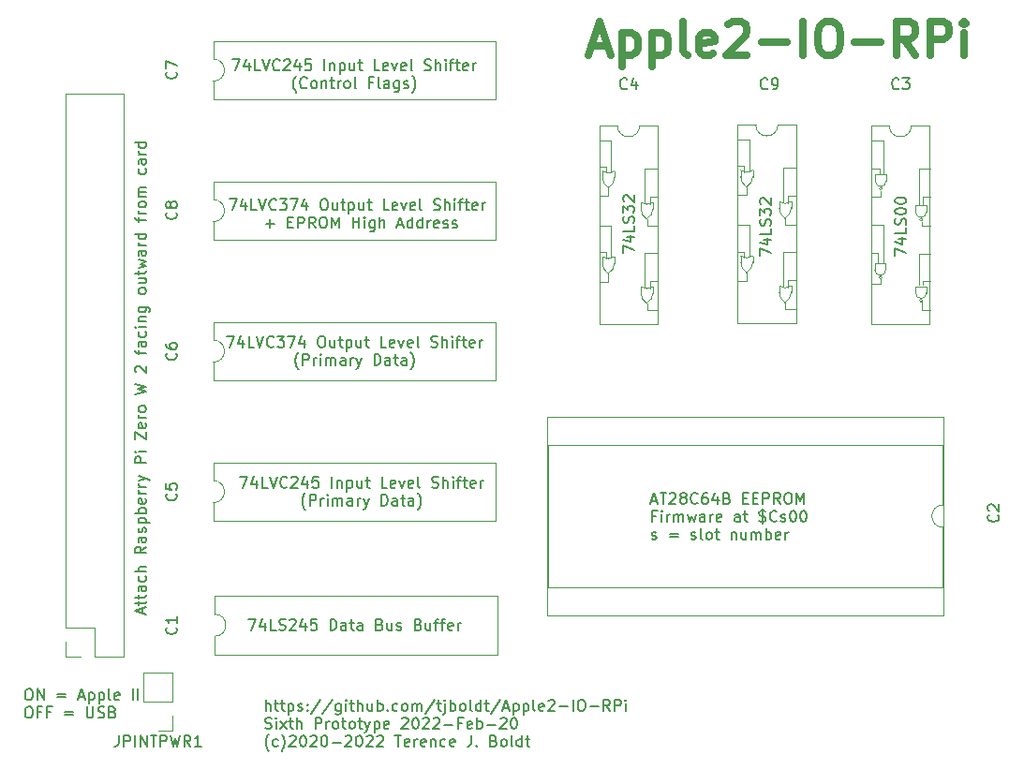
<source format=gbr>
G04 #@! TF.GenerationSoftware,KiCad,Pcbnew,(6.0.2-0)*
G04 #@! TF.CreationDate,2022-03-01T05:34:48-05:00*
G04 #@! TF.ProjectId,Apple2IORPi,4170706c-6532-4494-9f52-50692e6b6963,0.6*
G04 #@! TF.SameCoordinates,Original*
G04 #@! TF.FileFunction,Legend,Top*
G04 #@! TF.FilePolarity,Positive*
%FSLAX46Y46*%
G04 Gerber Fmt 4.6, Leading zero omitted, Abs format (unit mm)*
G04 Created by KiCad (PCBNEW (6.0.2-0)) date 2022-03-01 05:34:48*
%MOMM*%
%LPD*%
G01*
G04 APERTURE LIST*
%ADD10C,0.150000*%
%ADD11C,0.635000*%
%ADD12C,0.120000*%
G04 APERTURE END LIST*
D10*
X123936028Y-60547180D02*
X124602695Y-60547180D01*
X124174123Y-61547180D01*
X125412219Y-60880514D02*
X125412219Y-61547180D01*
X125174123Y-60499561D02*
X124936028Y-61213847D01*
X125555076Y-61213847D01*
X126412219Y-61547180D02*
X125936028Y-61547180D01*
X125936028Y-60547180D01*
X126602695Y-60547180D02*
X126936028Y-61547180D01*
X127269361Y-60547180D01*
X128174123Y-61451942D02*
X128126504Y-61499561D01*
X127983647Y-61547180D01*
X127888409Y-61547180D01*
X127745552Y-61499561D01*
X127650314Y-61404323D01*
X127602695Y-61309085D01*
X127555076Y-61118609D01*
X127555076Y-60975752D01*
X127602695Y-60785276D01*
X127650314Y-60690038D01*
X127745552Y-60594800D01*
X127888409Y-60547180D01*
X127983647Y-60547180D01*
X128126504Y-60594800D01*
X128174123Y-60642419D01*
X128507457Y-60547180D02*
X129126504Y-60547180D01*
X128793171Y-60928133D01*
X128936028Y-60928133D01*
X129031266Y-60975752D01*
X129078885Y-61023371D01*
X129126504Y-61118609D01*
X129126504Y-61356704D01*
X129078885Y-61451942D01*
X129031266Y-61499561D01*
X128936028Y-61547180D01*
X128650314Y-61547180D01*
X128555076Y-61499561D01*
X128507457Y-61451942D01*
X129459838Y-60547180D02*
X130126504Y-60547180D01*
X129697933Y-61547180D01*
X130936028Y-60880514D02*
X130936028Y-61547180D01*
X130697933Y-60499561D02*
X130459838Y-61213847D01*
X131078885Y-61213847D01*
X132412219Y-60547180D02*
X132602695Y-60547180D01*
X132697933Y-60594800D01*
X132793171Y-60690038D01*
X132840790Y-60880514D01*
X132840790Y-61213847D01*
X132793171Y-61404323D01*
X132697933Y-61499561D01*
X132602695Y-61547180D01*
X132412219Y-61547180D01*
X132316980Y-61499561D01*
X132221742Y-61404323D01*
X132174123Y-61213847D01*
X132174123Y-60880514D01*
X132221742Y-60690038D01*
X132316980Y-60594800D01*
X132412219Y-60547180D01*
X133697933Y-60880514D02*
X133697933Y-61547180D01*
X133269361Y-60880514D02*
X133269361Y-61404323D01*
X133316980Y-61499561D01*
X133412219Y-61547180D01*
X133555076Y-61547180D01*
X133650314Y-61499561D01*
X133697933Y-61451942D01*
X134031266Y-60880514D02*
X134412219Y-60880514D01*
X134174123Y-60547180D02*
X134174123Y-61404323D01*
X134221742Y-61499561D01*
X134316980Y-61547180D01*
X134412219Y-61547180D01*
X134745552Y-60880514D02*
X134745552Y-61880514D01*
X134745552Y-60928133D02*
X134840790Y-60880514D01*
X135031266Y-60880514D01*
X135126504Y-60928133D01*
X135174123Y-60975752D01*
X135221742Y-61070990D01*
X135221742Y-61356704D01*
X135174123Y-61451942D01*
X135126504Y-61499561D01*
X135031266Y-61547180D01*
X134840790Y-61547180D01*
X134745552Y-61499561D01*
X136078885Y-60880514D02*
X136078885Y-61547180D01*
X135650314Y-60880514D02*
X135650314Y-61404323D01*
X135697933Y-61499561D01*
X135793171Y-61547180D01*
X135936028Y-61547180D01*
X136031266Y-61499561D01*
X136078885Y-61451942D01*
X136412219Y-60880514D02*
X136793171Y-60880514D01*
X136555076Y-60547180D02*
X136555076Y-61404323D01*
X136602695Y-61499561D01*
X136697933Y-61547180D01*
X136793171Y-61547180D01*
X138364600Y-61547180D02*
X137888409Y-61547180D01*
X137888409Y-60547180D01*
X139078885Y-61499561D02*
X138983647Y-61547180D01*
X138793171Y-61547180D01*
X138697933Y-61499561D01*
X138650314Y-61404323D01*
X138650314Y-61023371D01*
X138697933Y-60928133D01*
X138793171Y-60880514D01*
X138983647Y-60880514D01*
X139078885Y-60928133D01*
X139126504Y-61023371D01*
X139126504Y-61118609D01*
X138650314Y-61213847D01*
X139459838Y-60880514D02*
X139697933Y-61547180D01*
X139936028Y-60880514D01*
X140697933Y-61499561D02*
X140602695Y-61547180D01*
X140412219Y-61547180D01*
X140316980Y-61499561D01*
X140269361Y-61404323D01*
X140269361Y-61023371D01*
X140316980Y-60928133D01*
X140412219Y-60880514D01*
X140602695Y-60880514D01*
X140697933Y-60928133D01*
X140745552Y-61023371D01*
X140745552Y-61118609D01*
X140269361Y-61213847D01*
X141316980Y-61547180D02*
X141221742Y-61499561D01*
X141174123Y-61404323D01*
X141174123Y-60547180D01*
X142412219Y-61499561D02*
X142555076Y-61547180D01*
X142793171Y-61547180D01*
X142888409Y-61499561D01*
X142936028Y-61451942D01*
X142983647Y-61356704D01*
X142983647Y-61261466D01*
X142936028Y-61166228D01*
X142888409Y-61118609D01*
X142793171Y-61070990D01*
X142602695Y-61023371D01*
X142507457Y-60975752D01*
X142459838Y-60928133D01*
X142412219Y-60832895D01*
X142412219Y-60737657D01*
X142459838Y-60642419D01*
X142507457Y-60594800D01*
X142602695Y-60547180D01*
X142840790Y-60547180D01*
X142983647Y-60594800D01*
X143412219Y-61547180D02*
X143412219Y-60547180D01*
X143840790Y-61547180D02*
X143840790Y-61023371D01*
X143793171Y-60928133D01*
X143697933Y-60880514D01*
X143555076Y-60880514D01*
X143459838Y-60928133D01*
X143412219Y-60975752D01*
X144316980Y-61547180D02*
X144316980Y-60880514D01*
X144316980Y-60547180D02*
X144269361Y-60594800D01*
X144316980Y-60642419D01*
X144364599Y-60594800D01*
X144316980Y-60547180D01*
X144316980Y-60642419D01*
X144650314Y-60880514D02*
X145031266Y-60880514D01*
X144793171Y-61547180D02*
X144793171Y-60690038D01*
X144840790Y-60594800D01*
X144936028Y-60547180D01*
X145031266Y-60547180D01*
X145221742Y-60880514D02*
X145602695Y-60880514D01*
X145364599Y-60547180D02*
X145364599Y-61404323D01*
X145412219Y-61499561D01*
X145507457Y-61547180D01*
X145602695Y-61547180D01*
X146316980Y-61499561D02*
X146221742Y-61547180D01*
X146031266Y-61547180D01*
X145936028Y-61499561D01*
X145888409Y-61404323D01*
X145888409Y-61023371D01*
X145936028Y-60928133D01*
X146031266Y-60880514D01*
X146221742Y-60880514D01*
X146316980Y-60928133D01*
X146364599Y-61023371D01*
X146364599Y-61118609D01*
X145888409Y-61213847D01*
X146793171Y-61547180D02*
X146793171Y-60880514D01*
X146793171Y-61070990D02*
X146840790Y-60975752D01*
X146888409Y-60928133D01*
X146983647Y-60880514D01*
X147078885Y-60880514D01*
X127245552Y-62776228D02*
X128007457Y-62776228D01*
X127626504Y-63157180D02*
X127626504Y-62395276D01*
X129245552Y-62633371D02*
X129578885Y-62633371D01*
X129721742Y-63157180D02*
X129245552Y-63157180D01*
X129245552Y-62157180D01*
X129721742Y-62157180D01*
X130150314Y-63157180D02*
X130150314Y-62157180D01*
X130531266Y-62157180D01*
X130626504Y-62204800D01*
X130674123Y-62252419D01*
X130721742Y-62347657D01*
X130721742Y-62490514D01*
X130674123Y-62585752D01*
X130626504Y-62633371D01*
X130531266Y-62680990D01*
X130150314Y-62680990D01*
X131721742Y-63157180D02*
X131388409Y-62680990D01*
X131150314Y-63157180D02*
X131150314Y-62157180D01*
X131531266Y-62157180D01*
X131626504Y-62204800D01*
X131674123Y-62252419D01*
X131721742Y-62347657D01*
X131721742Y-62490514D01*
X131674123Y-62585752D01*
X131626504Y-62633371D01*
X131531266Y-62680990D01*
X131150314Y-62680990D01*
X132340790Y-62157180D02*
X132531266Y-62157180D01*
X132626504Y-62204800D01*
X132721742Y-62300038D01*
X132769361Y-62490514D01*
X132769361Y-62823847D01*
X132721742Y-63014323D01*
X132626504Y-63109561D01*
X132531266Y-63157180D01*
X132340790Y-63157180D01*
X132245552Y-63109561D01*
X132150314Y-63014323D01*
X132102695Y-62823847D01*
X132102695Y-62490514D01*
X132150314Y-62300038D01*
X132245552Y-62204800D01*
X132340790Y-62157180D01*
X133197933Y-63157180D02*
X133197933Y-62157180D01*
X133531266Y-62871466D01*
X133864599Y-62157180D01*
X133864599Y-63157180D01*
X135102695Y-63157180D02*
X135102695Y-62157180D01*
X135102695Y-62633371D02*
X135674123Y-62633371D01*
X135674123Y-63157180D02*
X135674123Y-62157180D01*
X136150314Y-63157180D02*
X136150314Y-62490514D01*
X136150314Y-62157180D02*
X136102695Y-62204800D01*
X136150314Y-62252419D01*
X136197933Y-62204800D01*
X136150314Y-62157180D01*
X136150314Y-62252419D01*
X137055076Y-62490514D02*
X137055076Y-63300038D01*
X137007457Y-63395276D01*
X136959838Y-63442895D01*
X136864600Y-63490514D01*
X136721742Y-63490514D01*
X136626504Y-63442895D01*
X137055076Y-63109561D02*
X136959838Y-63157180D01*
X136769361Y-63157180D01*
X136674123Y-63109561D01*
X136626504Y-63061942D01*
X136578885Y-62966704D01*
X136578885Y-62680990D01*
X136626504Y-62585752D01*
X136674123Y-62538133D01*
X136769361Y-62490514D01*
X136959838Y-62490514D01*
X137055076Y-62538133D01*
X137531266Y-63157180D02*
X137531266Y-62157180D01*
X137959838Y-63157180D02*
X137959838Y-62633371D01*
X137912219Y-62538133D01*
X137816980Y-62490514D01*
X137674123Y-62490514D01*
X137578885Y-62538133D01*
X137531266Y-62585752D01*
X139150314Y-62871466D02*
X139626504Y-62871466D01*
X139055076Y-63157180D02*
X139388409Y-62157180D01*
X139721742Y-63157180D01*
X140483647Y-63157180D02*
X140483647Y-62157180D01*
X140483647Y-63109561D02*
X140388409Y-63157180D01*
X140197933Y-63157180D01*
X140102695Y-63109561D01*
X140055076Y-63061942D01*
X140007457Y-62966704D01*
X140007457Y-62680990D01*
X140055076Y-62585752D01*
X140102695Y-62538133D01*
X140197933Y-62490514D01*
X140388409Y-62490514D01*
X140483647Y-62538133D01*
X141388409Y-63157180D02*
X141388409Y-62157180D01*
X141388409Y-63109561D02*
X141293171Y-63157180D01*
X141102695Y-63157180D01*
X141007457Y-63109561D01*
X140959838Y-63061942D01*
X140912219Y-62966704D01*
X140912219Y-62680990D01*
X140959838Y-62585752D01*
X141007457Y-62538133D01*
X141102695Y-62490514D01*
X141293171Y-62490514D01*
X141388409Y-62538133D01*
X141864600Y-63157180D02*
X141864600Y-62490514D01*
X141864600Y-62680990D02*
X141912219Y-62585752D01*
X141959838Y-62538133D01*
X142055076Y-62490514D01*
X142150314Y-62490514D01*
X142864600Y-63109561D02*
X142769361Y-63157180D01*
X142578885Y-63157180D01*
X142483647Y-63109561D01*
X142436028Y-63014323D01*
X142436028Y-62633371D01*
X142483647Y-62538133D01*
X142578885Y-62490514D01*
X142769361Y-62490514D01*
X142864600Y-62538133D01*
X142912219Y-62633371D01*
X142912219Y-62728609D01*
X142436028Y-62823847D01*
X143293171Y-63109561D02*
X143388409Y-63157180D01*
X143578885Y-63157180D01*
X143674123Y-63109561D01*
X143721742Y-63014323D01*
X143721742Y-62966704D01*
X143674123Y-62871466D01*
X143578885Y-62823847D01*
X143436028Y-62823847D01*
X143340790Y-62776228D01*
X143293171Y-62680990D01*
X143293171Y-62633371D01*
X143340790Y-62538133D01*
X143436028Y-62490514D01*
X143578885Y-62490514D01*
X143674123Y-62538133D01*
X144102695Y-63109561D02*
X144197933Y-63157180D01*
X144388409Y-63157180D01*
X144483647Y-63109561D01*
X144531266Y-63014323D01*
X144531266Y-62966704D01*
X144483647Y-62871466D01*
X144388409Y-62823847D01*
X144245552Y-62823847D01*
X144150314Y-62776228D01*
X144102695Y-62680990D01*
X144102695Y-62633371D01*
X144150314Y-62538133D01*
X144245552Y-62490514D01*
X144388409Y-62490514D01*
X144483647Y-62538133D01*
X124253409Y-47923380D02*
X124920076Y-47923380D01*
X124491504Y-48923380D01*
X125729599Y-48256714D02*
X125729599Y-48923380D01*
X125491504Y-47875761D02*
X125253409Y-48590047D01*
X125872457Y-48590047D01*
X126729599Y-48923380D02*
X126253409Y-48923380D01*
X126253409Y-47923380D01*
X126920076Y-47923380D02*
X127253409Y-48923380D01*
X127586742Y-47923380D01*
X128491504Y-48828142D02*
X128443885Y-48875761D01*
X128301028Y-48923380D01*
X128205790Y-48923380D01*
X128062933Y-48875761D01*
X127967695Y-48780523D01*
X127920076Y-48685285D01*
X127872457Y-48494809D01*
X127872457Y-48351952D01*
X127920076Y-48161476D01*
X127967695Y-48066238D01*
X128062933Y-47971000D01*
X128205790Y-47923380D01*
X128301028Y-47923380D01*
X128443885Y-47971000D01*
X128491504Y-48018619D01*
X128872457Y-48018619D02*
X128920076Y-47971000D01*
X129015314Y-47923380D01*
X129253409Y-47923380D01*
X129348647Y-47971000D01*
X129396266Y-48018619D01*
X129443885Y-48113857D01*
X129443885Y-48209095D01*
X129396266Y-48351952D01*
X128824838Y-48923380D01*
X129443885Y-48923380D01*
X130301028Y-48256714D02*
X130301028Y-48923380D01*
X130062933Y-47875761D02*
X129824838Y-48590047D01*
X130443885Y-48590047D01*
X131301028Y-47923380D02*
X130824838Y-47923380D01*
X130777219Y-48399571D01*
X130824838Y-48351952D01*
X130920076Y-48304333D01*
X131158171Y-48304333D01*
X131253409Y-48351952D01*
X131301028Y-48399571D01*
X131348647Y-48494809D01*
X131348647Y-48732904D01*
X131301028Y-48828142D01*
X131253409Y-48875761D01*
X131158171Y-48923380D01*
X130920076Y-48923380D01*
X130824838Y-48875761D01*
X130777219Y-48828142D01*
X132539123Y-48923380D02*
X132539123Y-47923380D01*
X133015314Y-48256714D02*
X133015314Y-48923380D01*
X133015314Y-48351952D02*
X133062933Y-48304333D01*
X133158171Y-48256714D01*
X133301028Y-48256714D01*
X133396266Y-48304333D01*
X133443885Y-48399571D01*
X133443885Y-48923380D01*
X133920076Y-48256714D02*
X133920076Y-49256714D01*
X133920076Y-48304333D02*
X134015314Y-48256714D01*
X134205790Y-48256714D01*
X134301028Y-48304333D01*
X134348647Y-48351952D01*
X134396266Y-48447190D01*
X134396266Y-48732904D01*
X134348647Y-48828142D01*
X134301028Y-48875761D01*
X134205790Y-48923380D01*
X134015314Y-48923380D01*
X133920076Y-48875761D01*
X135253409Y-48256714D02*
X135253409Y-48923380D01*
X134824838Y-48256714D02*
X134824838Y-48780523D01*
X134872457Y-48875761D01*
X134967695Y-48923380D01*
X135110552Y-48923380D01*
X135205790Y-48875761D01*
X135253409Y-48828142D01*
X135586742Y-48256714D02*
X135967695Y-48256714D01*
X135729600Y-47923380D02*
X135729600Y-48780523D01*
X135777219Y-48875761D01*
X135872457Y-48923380D01*
X135967695Y-48923380D01*
X137539123Y-48923380D02*
X137062933Y-48923380D01*
X137062933Y-47923380D01*
X138253409Y-48875761D02*
X138158171Y-48923380D01*
X137967695Y-48923380D01*
X137872457Y-48875761D01*
X137824838Y-48780523D01*
X137824838Y-48399571D01*
X137872457Y-48304333D01*
X137967695Y-48256714D01*
X138158171Y-48256714D01*
X138253409Y-48304333D01*
X138301028Y-48399571D01*
X138301028Y-48494809D01*
X137824838Y-48590047D01*
X138634361Y-48256714D02*
X138872457Y-48923380D01*
X139110552Y-48256714D01*
X139872457Y-48875761D02*
X139777219Y-48923380D01*
X139586742Y-48923380D01*
X139491504Y-48875761D01*
X139443885Y-48780523D01*
X139443885Y-48399571D01*
X139491504Y-48304333D01*
X139586742Y-48256714D01*
X139777219Y-48256714D01*
X139872457Y-48304333D01*
X139920076Y-48399571D01*
X139920076Y-48494809D01*
X139443885Y-48590047D01*
X140491504Y-48923380D02*
X140396266Y-48875761D01*
X140348647Y-48780523D01*
X140348647Y-47923380D01*
X141586742Y-48875761D02*
X141729600Y-48923380D01*
X141967695Y-48923380D01*
X142062933Y-48875761D01*
X142110552Y-48828142D01*
X142158171Y-48732904D01*
X142158171Y-48637666D01*
X142110552Y-48542428D01*
X142062933Y-48494809D01*
X141967695Y-48447190D01*
X141777219Y-48399571D01*
X141681980Y-48351952D01*
X141634361Y-48304333D01*
X141586742Y-48209095D01*
X141586742Y-48113857D01*
X141634361Y-48018619D01*
X141681980Y-47971000D01*
X141777219Y-47923380D01*
X142015314Y-47923380D01*
X142158171Y-47971000D01*
X142586742Y-48923380D02*
X142586742Y-47923380D01*
X143015314Y-48923380D02*
X143015314Y-48399571D01*
X142967695Y-48304333D01*
X142872457Y-48256714D01*
X142729600Y-48256714D01*
X142634361Y-48304333D01*
X142586742Y-48351952D01*
X143491504Y-48923380D02*
X143491504Y-48256714D01*
X143491504Y-47923380D02*
X143443885Y-47971000D01*
X143491504Y-48018619D01*
X143539123Y-47971000D01*
X143491504Y-47923380D01*
X143491504Y-48018619D01*
X143824838Y-48256714D02*
X144205790Y-48256714D01*
X143967695Y-48923380D02*
X143967695Y-48066238D01*
X144015314Y-47971000D01*
X144110552Y-47923380D01*
X144205790Y-47923380D01*
X144396266Y-48256714D02*
X144777219Y-48256714D01*
X144539123Y-47923380D02*
X144539123Y-48780523D01*
X144586742Y-48875761D01*
X144681980Y-48923380D01*
X144777219Y-48923380D01*
X145491504Y-48875761D02*
X145396266Y-48923380D01*
X145205790Y-48923380D01*
X145110552Y-48875761D01*
X145062933Y-48780523D01*
X145062933Y-48399571D01*
X145110552Y-48304333D01*
X145205790Y-48256714D01*
X145396266Y-48256714D01*
X145491504Y-48304333D01*
X145539123Y-48399571D01*
X145539123Y-48494809D01*
X145062933Y-48590047D01*
X145967695Y-48923380D02*
X145967695Y-48256714D01*
X145967695Y-48447190D02*
X146015314Y-48351952D01*
X146062933Y-48304333D01*
X146158171Y-48256714D01*
X146253409Y-48256714D01*
X129991504Y-50914333D02*
X129943885Y-50866714D01*
X129848647Y-50723857D01*
X129801028Y-50628619D01*
X129753409Y-50485761D01*
X129705790Y-50247666D01*
X129705790Y-50057190D01*
X129753409Y-49819095D01*
X129801028Y-49676238D01*
X129848647Y-49581000D01*
X129943885Y-49438142D01*
X129991504Y-49390523D01*
X130943885Y-50438142D02*
X130896266Y-50485761D01*
X130753409Y-50533380D01*
X130658171Y-50533380D01*
X130515314Y-50485761D01*
X130420076Y-50390523D01*
X130372457Y-50295285D01*
X130324838Y-50104809D01*
X130324838Y-49961952D01*
X130372457Y-49771476D01*
X130420076Y-49676238D01*
X130515314Y-49581000D01*
X130658171Y-49533380D01*
X130753409Y-49533380D01*
X130896266Y-49581000D01*
X130943885Y-49628619D01*
X131515314Y-50533380D02*
X131420076Y-50485761D01*
X131372457Y-50438142D01*
X131324838Y-50342904D01*
X131324838Y-50057190D01*
X131372457Y-49961952D01*
X131420076Y-49914333D01*
X131515314Y-49866714D01*
X131658171Y-49866714D01*
X131753409Y-49914333D01*
X131801028Y-49961952D01*
X131848647Y-50057190D01*
X131848647Y-50342904D01*
X131801028Y-50438142D01*
X131753409Y-50485761D01*
X131658171Y-50533380D01*
X131515314Y-50533380D01*
X132277219Y-49866714D02*
X132277219Y-50533380D01*
X132277219Y-49961952D02*
X132324838Y-49914333D01*
X132420076Y-49866714D01*
X132562933Y-49866714D01*
X132658171Y-49914333D01*
X132705790Y-50009571D01*
X132705790Y-50533380D01*
X133039123Y-49866714D02*
X133420076Y-49866714D01*
X133181980Y-49533380D02*
X133181980Y-50390523D01*
X133229600Y-50485761D01*
X133324838Y-50533380D01*
X133420076Y-50533380D01*
X133753409Y-50533380D02*
X133753409Y-49866714D01*
X133753409Y-50057190D02*
X133801028Y-49961952D01*
X133848647Y-49914333D01*
X133943885Y-49866714D01*
X134039123Y-49866714D01*
X134515314Y-50533380D02*
X134420076Y-50485761D01*
X134372457Y-50438142D01*
X134324838Y-50342904D01*
X134324838Y-50057190D01*
X134372457Y-49961952D01*
X134420076Y-49914333D01*
X134515314Y-49866714D01*
X134658171Y-49866714D01*
X134753409Y-49914333D01*
X134801028Y-49961952D01*
X134848647Y-50057190D01*
X134848647Y-50342904D01*
X134801028Y-50438142D01*
X134753409Y-50485761D01*
X134658171Y-50533380D01*
X134515314Y-50533380D01*
X135420076Y-50533380D02*
X135324838Y-50485761D01*
X135277219Y-50390523D01*
X135277219Y-49533380D01*
X136896266Y-50009571D02*
X136562933Y-50009571D01*
X136562933Y-50533380D02*
X136562933Y-49533380D01*
X137039123Y-49533380D01*
X137562933Y-50533380D02*
X137467695Y-50485761D01*
X137420076Y-50390523D01*
X137420076Y-49533380D01*
X138372457Y-50533380D02*
X138372457Y-50009571D01*
X138324838Y-49914333D01*
X138229600Y-49866714D01*
X138039123Y-49866714D01*
X137943885Y-49914333D01*
X138372457Y-50485761D02*
X138277219Y-50533380D01*
X138039123Y-50533380D01*
X137943885Y-50485761D01*
X137896266Y-50390523D01*
X137896266Y-50295285D01*
X137943885Y-50200047D01*
X138039123Y-50152428D01*
X138277219Y-50152428D01*
X138372457Y-50104809D01*
X139277219Y-49866714D02*
X139277219Y-50676238D01*
X139229600Y-50771476D01*
X139181980Y-50819095D01*
X139086742Y-50866714D01*
X138943885Y-50866714D01*
X138848647Y-50819095D01*
X139277219Y-50485761D02*
X139181980Y-50533380D01*
X138991504Y-50533380D01*
X138896266Y-50485761D01*
X138848647Y-50438142D01*
X138801028Y-50342904D01*
X138801028Y-50057190D01*
X138848647Y-49961952D01*
X138896266Y-49914333D01*
X138991504Y-49866714D01*
X139181980Y-49866714D01*
X139277219Y-49914333D01*
X139705790Y-50485761D02*
X139801028Y-50533380D01*
X139991504Y-50533380D01*
X140086742Y-50485761D01*
X140134361Y-50390523D01*
X140134361Y-50342904D01*
X140086742Y-50247666D01*
X139991504Y-50200047D01*
X139848647Y-50200047D01*
X139753409Y-50152428D01*
X139705790Y-50057190D01*
X139705790Y-50009571D01*
X139753409Y-49914333D01*
X139848647Y-49866714D01*
X139991504Y-49866714D01*
X140086742Y-49914333D01*
X140467695Y-50914333D02*
X140515314Y-50866714D01*
X140610552Y-50723857D01*
X140658171Y-50628619D01*
X140705790Y-50485761D01*
X140753409Y-50247666D01*
X140753409Y-50057190D01*
X140705790Y-49819095D01*
X140658171Y-49676238D01*
X140610552Y-49581000D01*
X140515314Y-49438142D01*
X140467695Y-49390523D01*
D11*
X156649057Y-46685200D02*
X158100485Y-46685200D01*
X156358771Y-47556057D02*
X157374771Y-44508057D01*
X158390771Y-47556057D01*
X159406771Y-45524057D02*
X159406771Y-48572057D01*
X159406771Y-45669200D02*
X159697057Y-45524057D01*
X160277628Y-45524057D01*
X160567914Y-45669200D01*
X160713057Y-45814342D01*
X160858200Y-46104628D01*
X160858200Y-46975485D01*
X160713057Y-47265771D01*
X160567914Y-47410914D01*
X160277628Y-47556057D01*
X159697057Y-47556057D01*
X159406771Y-47410914D01*
X162164485Y-45524057D02*
X162164485Y-48572057D01*
X162164485Y-45669200D02*
X162454771Y-45524057D01*
X163035342Y-45524057D01*
X163325628Y-45669200D01*
X163470771Y-45814342D01*
X163615914Y-46104628D01*
X163615914Y-46975485D01*
X163470771Y-47265771D01*
X163325628Y-47410914D01*
X163035342Y-47556057D01*
X162454771Y-47556057D01*
X162164485Y-47410914D01*
X165357628Y-47556057D02*
X165067342Y-47410914D01*
X164922200Y-47120628D01*
X164922200Y-44508057D01*
X167679914Y-47410914D02*
X167389628Y-47556057D01*
X166809057Y-47556057D01*
X166518771Y-47410914D01*
X166373628Y-47120628D01*
X166373628Y-45959485D01*
X166518771Y-45669200D01*
X166809057Y-45524057D01*
X167389628Y-45524057D01*
X167679914Y-45669200D01*
X167825057Y-45959485D01*
X167825057Y-46249771D01*
X166373628Y-46540057D01*
X168986200Y-44798342D02*
X169131342Y-44653200D01*
X169421628Y-44508057D01*
X170147342Y-44508057D01*
X170437628Y-44653200D01*
X170582771Y-44798342D01*
X170727914Y-45088628D01*
X170727914Y-45378914D01*
X170582771Y-45814342D01*
X168841057Y-47556057D01*
X170727914Y-47556057D01*
X172034200Y-46394914D02*
X174356485Y-46394914D01*
X175807914Y-47556057D02*
X175807914Y-44508057D01*
X177839914Y-44508057D02*
X178420485Y-44508057D01*
X178710771Y-44653200D01*
X179001057Y-44943485D01*
X179146200Y-45524057D01*
X179146200Y-46540057D01*
X179001057Y-47120628D01*
X178710771Y-47410914D01*
X178420485Y-47556057D01*
X177839914Y-47556057D01*
X177549628Y-47410914D01*
X177259342Y-47120628D01*
X177114200Y-46540057D01*
X177114200Y-45524057D01*
X177259342Y-44943485D01*
X177549628Y-44653200D01*
X177839914Y-44508057D01*
X180452485Y-46394914D02*
X182774771Y-46394914D01*
X185967914Y-47556057D02*
X184951914Y-46104628D01*
X184226200Y-47556057D02*
X184226200Y-44508057D01*
X185387342Y-44508057D01*
X185677628Y-44653200D01*
X185822771Y-44798342D01*
X185967914Y-45088628D01*
X185967914Y-45524057D01*
X185822771Y-45814342D01*
X185677628Y-45959485D01*
X185387342Y-46104628D01*
X184226200Y-46104628D01*
X187274200Y-47556057D02*
X187274200Y-44508057D01*
X188435342Y-44508057D01*
X188725628Y-44653200D01*
X188870771Y-44798342D01*
X189015914Y-45088628D01*
X189015914Y-45524057D01*
X188870771Y-45814342D01*
X188725628Y-45959485D01*
X188435342Y-46104628D01*
X187274200Y-46104628D01*
X190322200Y-47556057D02*
X190322200Y-45524057D01*
X190322200Y-44508057D02*
X190177057Y-44653200D01*
X190322200Y-44798342D01*
X190467342Y-44653200D01*
X190322200Y-44508057D01*
X190322200Y-44798342D01*
D10*
X116117666Y-98017523D02*
X116117666Y-97541333D01*
X116403380Y-98112761D02*
X115403380Y-97779428D01*
X116403380Y-97446095D01*
X115736714Y-97255619D02*
X115736714Y-96874666D01*
X115403380Y-97112761D02*
X116260523Y-97112761D01*
X116355761Y-97065142D01*
X116403380Y-96969904D01*
X116403380Y-96874666D01*
X115736714Y-96684190D02*
X115736714Y-96303238D01*
X115403380Y-96541333D02*
X116260523Y-96541333D01*
X116355761Y-96493714D01*
X116403380Y-96398476D01*
X116403380Y-96303238D01*
X116403380Y-95541333D02*
X115879571Y-95541333D01*
X115784333Y-95588952D01*
X115736714Y-95684190D01*
X115736714Y-95874666D01*
X115784333Y-95969904D01*
X116355761Y-95541333D02*
X116403380Y-95636571D01*
X116403380Y-95874666D01*
X116355761Y-95969904D01*
X116260523Y-96017523D01*
X116165285Y-96017523D01*
X116070047Y-95969904D01*
X116022428Y-95874666D01*
X116022428Y-95636571D01*
X115974809Y-95541333D01*
X116355761Y-94636571D02*
X116403380Y-94731809D01*
X116403380Y-94922285D01*
X116355761Y-95017523D01*
X116308142Y-95065142D01*
X116212904Y-95112761D01*
X115927190Y-95112761D01*
X115831952Y-95065142D01*
X115784333Y-95017523D01*
X115736714Y-94922285D01*
X115736714Y-94731809D01*
X115784333Y-94636571D01*
X116403380Y-94208000D02*
X115403380Y-94208000D01*
X116403380Y-93779428D02*
X115879571Y-93779428D01*
X115784333Y-93827047D01*
X115736714Y-93922285D01*
X115736714Y-94065142D01*
X115784333Y-94160380D01*
X115831952Y-94208000D01*
X116403380Y-91969904D02*
X115927190Y-92303238D01*
X116403380Y-92541333D02*
X115403380Y-92541333D01*
X115403380Y-92160380D01*
X115451000Y-92065142D01*
X115498619Y-92017523D01*
X115593857Y-91969904D01*
X115736714Y-91969904D01*
X115831952Y-92017523D01*
X115879571Y-92065142D01*
X115927190Y-92160380D01*
X115927190Y-92541333D01*
X116403380Y-91112761D02*
X115879571Y-91112761D01*
X115784333Y-91160380D01*
X115736714Y-91255619D01*
X115736714Y-91446095D01*
X115784333Y-91541333D01*
X116355761Y-91112761D02*
X116403380Y-91208000D01*
X116403380Y-91446095D01*
X116355761Y-91541333D01*
X116260523Y-91588952D01*
X116165285Y-91588952D01*
X116070047Y-91541333D01*
X116022428Y-91446095D01*
X116022428Y-91208000D01*
X115974809Y-91112761D01*
X116355761Y-90684190D02*
X116403380Y-90588952D01*
X116403380Y-90398476D01*
X116355761Y-90303238D01*
X116260523Y-90255619D01*
X116212904Y-90255619D01*
X116117666Y-90303238D01*
X116070047Y-90398476D01*
X116070047Y-90541333D01*
X116022428Y-90636571D01*
X115927190Y-90684190D01*
X115879571Y-90684190D01*
X115784333Y-90636571D01*
X115736714Y-90541333D01*
X115736714Y-90398476D01*
X115784333Y-90303238D01*
X115736714Y-89827047D02*
X116736714Y-89827047D01*
X115784333Y-89827047D02*
X115736714Y-89731809D01*
X115736714Y-89541333D01*
X115784333Y-89446095D01*
X115831952Y-89398476D01*
X115927190Y-89350857D01*
X116212904Y-89350857D01*
X116308142Y-89398476D01*
X116355761Y-89446095D01*
X116403380Y-89541333D01*
X116403380Y-89731809D01*
X116355761Y-89827047D01*
X116403380Y-88922285D02*
X115403380Y-88922285D01*
X115784333Y-88922285D02*
X115736714Y-88827047D01*
X115736714Y-88636571D01*
X115784333Y-88541333D01*
X115831952Y-88493714D01*
X115927190Y-88446095D01*
X116212904Y-88446095D01*
X116308142Y-88493714D01*
X116355761Y-88541333D01*
X116403380Y-88636571D01*
X116403380Y-88827047D01*
X116355761Y-88922285D01*
X116355761Y-87636571D02*
X116403380Y-87731809D01*
X116403380Y-87922285D01*
X116355761Y-88017523D01*
X116260523Y-88065142D01*
X115879571Y-88065142D01*
X115784333Y-88017523D01*
X115736714Y-87922285D01*
X115736714Y-87731809D01*
X115784333Y-87636571D01*
X115879571Y-87588952D01*
X115974809Y-87588952D01*
X116070047Y-88065142D01*
X116403380Y-87160380D02*
X115736714Y-87160380D01*
X115927190Y-87160380D02*
X115831952Y-87112761D01*
X115784333Y-87065142D01*
X115736714Y-86969904D01*
X115736714Y-86874666D01*
X116403380Y-86541333D02*
X115736714Y-86541333D01*
X115927190Y-86541333D02*
X115831952Y-86493714D01*
X115784333Y-86446095D01*
X115736714Y-86350857D01*
X115736714Y-86255619D01*
X115736714Y-86017523D02*
X116403380Y-85779428D01*
X115736714Y-85541333D02*
X116403380Y-85779428D01*
X116641476Y-85874666D01*
X116689095Y-85922285D01*
X116736714Y-86017523D01*
X116403380Y-84398476D02*
X115403380Y-84398476D01*
X115403380Y-84017523D01*
X115451000Y-83922285D01*
X115498619Y-83874666D01*
X115593857Y-83827047D01*
X115736714Y-83827047D01*
X115831952Y-83874666D01*
X115879571Y-83922285D01*
X115927190Y-84017523D01*
X115927190Y-84398476D01*
X116403380Y-83398476D02*
X115736714Y-83398476D01*
X115403380Y-83398476D02*
X115451000Y-83446095D01*
X115498619Y-83398476D01*
X115451000Y-83350857D01*
X115403380Y-83398476D01*
X115498619Y-83398476D01*
X115403380Y-82255619D02*
X115403380Y-81588952D01*
X116403380Y-82255619D01*
X116403380Y-81588952D01*
X116355761Y-80827047D02*
X116403380Y-80922285D01*
X116403380Y-81112761D01*
X116355761Y-81208000D01*
X116260523Y-81255619D01*
X115879571Y-81255619D01*
X115784333Y-81208000D01*
X115736714Y-81112761D01*
X115736714Y-80922285D01*
X115784333Y-80827047D01*
X115879571Y-80779428D01*
X115974809Y-80779428D01*
X116070047Y-81255619D01*
X116403380Y-80350857D02*
X115736714Y-80350857D01*
X115927190Y-80350857D02*
X115831952Y-80303238D01*
X115784333Y-80255619D01*
X115736714Y-80160380D01*
X115736714Y-80065142D01*
X116403380Y-79588952D02*
X116355761Y-79684190D01*
X116308142Y-79731809D01*
X116212904Y-79779428D01*
X115927190Y-79779428D01*
X115831952Y-79731809D01*
X115784333Y-79684190D01*
X115736714Y-79588952D01*
X115736714Y-79446095D01*
X115784333Y-79350857D01*
X115831952Y-79303238D01*
X115927190Y-79255619D01*
X116212904Y-79255619D01*
X116308142Y-79303238D01*
X116355761Y-79350857D01*
X116403380Y-79446095D01*
X116403380Y-79588952D01*
X115403380Y-78160380D02*
X116403380Y-77922285D01*
X115689095Y-77731809D01*
X116403380Y-77541333D01*
X115403380Y-77303238D01*
X115498619Y-76208000D02*
X115451000Y-76160380D01*
X115403380Y-76065142D01*
X115403380Y-75827047D01*
X115451000Y-75731809D01*
X115498619Y-75684190D01*
X115593857Y-75636571D01*
X115689095Y-75636571D01*
X115831952Y-75684190D01*
X116403380Y-76255619D01*
X116403380Y-75636571D01*
X115736714Y-74588952D02*
X115736714Y-74208000D01*
X116403380Y-74446095D02*
X115546238Y-74446095D01*
X115451000Y-74398476D01*
X115403380Y-74303238D01*
X115403380Y-74208000D01*
X116403380Y-73446095D02*
X115879571Y-73446095D01*
X115784333Y-73493714D01*
X115736714Y-73588952D01*
X115736714Y-73779428D01*
X115784333Y-73874666D01*
X116355761Y-73446095D02*
X116403380Y-73541333D01*
X116403380Y-73779428D01*
X116355761Y-73874666D01*
X116260523Y-73922285D01*
X116165285Y-73922285D01*
X116070047Y-73874666D01*
X116022428Y-73779428D01*
X116022428Y-73541333D01*
X115974809Y-73446095D01*
X116355761Y-72541333D02*
X116403380Y-72636571D01*
X116403380Y-72827047D01*
X116355761Y-72922285D01*
X116308142Y-72969904D01*
X116212904Y-73017523D01*
X115927190Y-73017523D01*
X115831952Y-72969904D01*
X115784333Y-72922285D01*
X115736714Y-72827047D01*
X115736714Y-72636571D01*
X115784333Y-72541333D01*
X116403380Y-72112761D02*
X115736714Y-72112761D01*
X115403380Y-72112761D02*
X115451000Y-72160380D01*
X115498619Y-72112761D01*
X115451000Y-72065142D01*
X115403380Y-72112761D01*
X115498619Y-72112761D01*
X115736714Y-71636571D02*
X116403380Y-71636571D01*
X115831952Y-71636571D02*
X115784333Y-71588952D01*
X115736714Y-71493714D01*
X115736714Y-71350857D01*
X115784333Y-71255619D01*
X115879571Y-71208000D01*
X116403380Y-71208000D01*
X115736714Y-70303238D02*
X116546238Y-70303238D01*
X116641476Y-70350857D01*
X116689095Y-70398476D01*
X116736714Y-70493714D01*
X116736714Y-70636571D01*
X116689095Y-70731809D01*
X116355761Y-70303238D02*
X116403380Y-70398476D01*
X116403380Y-70588952D01*
X116355761Y-70684190D01*
X116308142Y-70731809D01*
X116212904Y-70779428D01*
X115927190Y-70779428D01*
X115831952Y-70731809D01*
X115784333Y-70684190D01*
X115736714Y-70588952D01*
X115736714Y-70398476D01*
X115784333Y-70303238D01*
X116403380Y-68922285D02*
X116355761Y-69017523D01*
X116308142Y-69065142D01*
X116212904Y-69112761D01*
X115927190Y-69112761D01*
X115831952Y-69065142D01*
X115784333Y-69017523D01*
X115736714Y-68922285D01*
X115736714Y-68779428D01*
X115784333Y-68684190D01*
X115831952Y-68636571D01*
X115927190Y-68588952D01*
X116212904Y-68588952D01*
X116308142Y-68636571D01*
X116355761Y-68684190D01*
X116403380Y-68779428D01*
X116403380Y-68922285D01*
X115736714Y-67731809D02*
X116403380Y-67731809D01*
X115736714Y-68160380D02*
X116260523Y-68160380D01*
X116355761Y-68112761D01*
X116403380Y-68017523D01*
X116403380Y-67874666D01*
X116355761Y-67779428D01*
X116308142Y-67731809D01*
X115736714Y-67398476D02*
X115736714Y-67017523D01*
X115403380Y-67255619D02*
X116260523Y-67255619D01*
X116355761Y-67208000D01*
X116403380Y-67112761D01*
X116403380Y-67017523D01*
X115736714Y-66779428D02*
X116403380Y-66588952D01*
X115927190Y-66398476D01*
X116403380Y-66208000D01*
X115736714Y-66017523D01*
X116403380Y-65208000D02*
X115879571Y-65208000D01*
X115784333Y-65255619D01*
X115736714Y-65350857D01*
X115736714Y-65541333D01*
X115784333Y-65636571D01*
X116355761Y-65208000D02*
X116403380Y-65303238D01*
X116403380Y-65541333D01*
X116355761Y-65636571D01*
X116260523Y-65684190D01*
X116165285Y-65684190D01*
X116070047Y-65636571D01*
X116022428Y-65541333D01*
X116022428Y-65303238D01*
X115974809Y-65208000D01*
X116403380Y-64731809D02*
X115736714Y-64731809D01*
X115927190Y-64731809D02*
X115831952Y-64684190D01*
X115784333Y-64636571D01*
X115736714Y-64541333D01*
X115736714Y-64446095D01*
X116403380Y-63684190D02*
X115403380Y-63684190D01*
X116355761Y-63684190D02*
X116403380Y-63779428D01*
X116403380Y-63969904D01*
X116355761Y-64065142D01*
X116308142Y-64112761D01*
X116212904Y-64160380D01*
X115927190Y-64160380D01*
X115831952Y-64112761D01*
X115784333Y-64065142D01*
X115736714Y-63969904D01*
X115736714Y-63779428D01*
X115784333Y-63684190D01*
X115736714Y-62588952D02*
X115736714Y-62208000D01*
X116403380Y-62446095D02*
X115546238Y-62446095D01*
X115451000Y-62398476D01*
X115403380Y-62303238D01*
X115403380Y-62208000D01*
X116403380Y-61874666D02*
X115736714Y-61874666D01*
X115927190Y-61874666D02*
X115831952Y-61827047D01*
X115784333Y-61779428D01*
X115736714Y-61684190D01*
X115736714Y-61588952D01*
X116403380Y-61112761D02*
X116355761Y-61208000D01*
X116308142Y-61255619D01*
X116212904Y-61303238D01*
X115927190Y-61303238D01*
X115831952Y-61255619D01*
X115784333Y-61208000D01*
X115736714Y-61112761D01*
X115736714Y-60969904D01*
X115784333Y-60874666D01*
X115831952Y-60827047D01*
X115927190Y-60779428D01*
X116212904Y-60779428D01*
X116308142Y-60827047D01*
X116355761Y-60874666D01*
X116403380Y-60969904D01*
X116403380Y-61112761D01*
X116403380Y-60350857D02*
X115736714Y-60350857D01*
X115831952Y-60350857D02*
X115784333Y-60303238D01*
X115736714Y-60208000D01*
X115736714Y-60065142D01*
X115784333Y-59969904D01*
X115879571Y-59922285D01*
X116403380Y-59922285D01*
X115879571Y-59922285D02*
X115784333Y-59874666D01*
X115736714Y-59779428D01*
X115736714Y-59636571D01*
X115784333Y-59541333D01*
X115879571Y-59493714D01*
X116403380Y-59493714D01*
X116355761Y-57827047D02*
X116403380Y-57922285D01*
X116403380Y-58112761D01*
X116355761Y-58208000D01*
X116308142Y-58255619D01*
X116212904Y-58303238D01*
X115927190Y-58303238D01*
X115831952Y-58255619D01*
X115784333Y-58208000D01*
X115736714Y-58112761D01*
X115736714Y-57922285D01*
X115784333Y-57827047D01*
X116403380Y-56969904D02*
X115879571Y-56969904D01*
X115784333Y-57017523D01*
X115736714Y-57112761D01*
X115736714Y-57303238D01*
X115784333Y-57398476D01*
X116355761Y-56969904D02*
X116403380Y-57065142D01*
X116403380Y-57303238D01*
X116355761Y-57398476D01*
X116260523Y-57446095D01*
X116165285Y-57446095D01*
X116070047Y-57398476D01*
X116022428Y-57303238D01*
X116022428Y-57065142D01*
X115974809Y-56969904D01*
X116403380Y-56493714D02*
X115736714Y-56493714D01*
X115927190Y-56493714D02*
X115831952Y-56446095D01*
X115784333Y-56398476D01*
X115736714Y-56303238D01*
X115736714Y-56208000D01*
X116403380Y-55446095D02*
X115403380Y-55446095D01*
X116355761Y-55446095D02*
X116403380Y-55541333D01*
X116403380Y-55731809D01*
X116355761Y-55827047D01*
X116308142Y-55874666D01*
X116212904Y-55922285D01*
X115927190Y-55922285D01*
X115831952Y-55874666D01*
X115784333Y-55827047D01*
X115736714Y-55731809D01*
X115736714Y-55541333D01*
X115784333Y-55446095D01*
X125683571Y-98512380D02*
X126350238Y-98512380D01*
X125921666Y-99512380D01*
X127159761Y-98845714D02*
X127159761Y-99512380D01*
X126921666Y-98464761D02*
X126683571Y-99179047D01*
X127302619Y-99179047D01*
X128159761Y-99512380D02*
X127683571Y-99512380D01*
X127683571Y-98512380D01*
X128445476Y-99464761D02*
X128588333Y-99512380D01*
X128826428Y-99512380D01*
X128921666Y-99464761D01*
X128969285Y-99417142D01*
X129016904Y-99321904D01*
X129016904Y-99226666D01*
X128969285Y-99131428D01*
X128921666Y-99083809D01*
X128826428Y-99036190D01*
X128635952Y-98988571D01*
X128540714Y-98940952D01*
X128493095Y-98893333D01*
X128445476Y-98798095D01*
X128445476Y-98702857D01*
X128493095Y-98607619D01*
X128540714Y-98560000D01*
X128635952Y-98512380D01*
X128874047Y-98512380D01*
X129016904Y-98560000D01*
X129397857Y-98607619D02*
X129445476Y-98560000D01*
X129540714Y-98512380D01*
X129778809Y-98512380D01*
X129874047Y-98560000D01*
X129921666Y-98607619D01*
X129969285Y-98702857D01*
X129969285Y-98798095D01*
X129921666Y-98940952D01*
X129350238Y-99512380D01*
X129969285Y-99512380D01*
X130826428Y-98845714D02*
X130826428Y-99512380D01*
X130588333Y-98464761D02*
X130350238Y-99179047D01*
X130969285Y-99179047D01*
X131826428Y-98512380D02*
X131350238Y-98512380D01*
X131302619Y-98988571D01*
X131350238Y-98940952D01*
X131445476Y-98893333D01*
X131683571Y-98893333D01*
X131778809Y-98940952D01*
X131826428Y-98988571D01*
X131874047Y-99083809D01*
X131874047Y-99321904D01*
X131826428Y-99417142D01*
X131778809Y-99464761D01*
X131683571Y-99512380D01*
X131445476Y-99512380D01*
X131350238Y-99464761D01*
X131302619Y-99417142D01*
X133064523Y-99512380D02*
X133064523Y-98512380D01*
X133302619Y-98512380D01*
X133445476Y-98560000D01*
X133540714Y-98655238D01*
X133588333Y-98750476D01*
X133635952Y-98940952D01*
X133635952Y-99083809D01*
X133588333Y-99274285D01*
X133540714Y-99369523D01*
X133445476Y-99464761D01*
X133302619Y-99512380D01*
X133064523Y-99512380D01*
X134493095Y-99512380D02*
X134493095Y-98988571D01*
X134445476Y-98893333D01*
X134350238Y-98845714D01*
X134159761Y-98845714D01*
X134064523Y-98893333D01*
X134493095Y-99464761D02*
X134397857Y-99512380D01*
X134159761Y-99512380D01*
X134064523Y-99464761D01*
X134016904Y-99369523D01*
X134016904Y-99274285D01*
X134064523Y-99179047D01*
X134159761Y-99131428D01*
X134397857Y-99131428D01*
X134493095Y-99083809D01*
X134826428Y-98845714D02*
X135207380Y-98845714D01*
X134969285Y-98512380D02*
X134969285Y-99369523D01*
X135016904Y-99464761D01*
X135112142Y-99512380D01*
X135207380Y-99512380D01*
X135969285Y-99512380D02*
X135969285Y-98988571D01*
X135921666Y-98893333D01*
X135826428Y-98845714D01*
X135635952Y-98845714D01*
X135540714Y-98893333D01*
X135969285Y-99464761D02*
X135874047Y-99512380D01*
X135635952Y-99512380D01*
X135540714Y-99464761D01*
X135493095Y-99369523D01*
X135493095Y-99274285D01*
X135540714Y-99179047D01*
X135635952Y-99131428D01*
X135874047Y-99131428D01*
X135969285Y-99083809D01*
X137540714Y-98988571D02*
X137683571Y-99036190D01*
X137731190Y-99083809D01*
X137778809Y-99179047D01*
X137778809Y-99321904D01*
X137731190Y-99417142D01*
X137683571Y-99464761D01*
X137588333Y-99512380D01*
X137207380Y-99512380D01*
X137207380Y-98512380D01*
X137540714Y-98512380D01*
X137635952Y-98560000D01*
X137683571Y-98607619D01*
X137731190Y-98702857D01*
X137731190Y-98798095D01*
X137683571Y-98893333D01*
X137635952Y-98940952D01*
X137540714Y-98988571D01*
X137207380Y-98988571D01*
X138635952Y-98845714D02*
X138635952Y-99512380D01*
X138207380Y-98845714D02*
X138207380Y-99369523D01*
X138255000Y-99464761D01*
X138350238Y-99512380D01*
X138493095Y-99512380D01*
X138588333Y-99464761D01*
X138635952Y-99417142D01*
X139064523Y-99464761D02*
X139159761Y-99512380D01*
X139350238Y-99512380D01*
X139445476Y-99464761D01*
X139493095Y-99369523D01*
X139493095Y-99321904D01*
X139445476Y-99226666D01*
X139350238Y-99179047D01*
X139207380Y-99179047D01*
X139112142Y-99131428D01*
X139064523Y-99036190D01*
X139064523Y-98988571D01*
X139112142Y-98893333D01*
X139207380Y-98845714D01*
X139350238Y-98845714D01*
X139445476Y-98893333D01*
X141016904Y-98988571D02*
X141159761Y-99036190D01*
X141207380Y-99083809D01*
X141255000Y-99179047D01*
X141255000Y-99321904D01*
X141207380Y-99417142D01*
X141159761Y-99464761D01*
X141064523Y-99512380D01*
X140683571Y-99512380D01*
X140683571Y-98512380D01*
X141016904Y-98512380D01*
X141112142Y-98560000D01*
X141159761Y-98607619D01*
X141207380Y-98702857D01*
X141207380Y-98798095D01*
X141159761Y-98893333D01*
X141112142Y-98940952D01*
X141016904Y-98988571D01*
X140683571Y-98988571D01*
X142112142Y-98845714D02*
X142112142Y-99512380D01*
X141683571Y-98845714D02*
X141683571Y-99369523D01*
X141731190Y-99464761D01*
X141826428Y-99512380D01*
X141969285Y-99512380D01*
X142064523Y-99464761D01*
X142112142Y-99417142D01*
X142445476Y-98845714D02*
X142826428Y-98845714D01*
X142588333Y-99512380D02*
X142588333Y-98655238D01*
X142635952Y-98560000D01*
X142731190Y-98512380D01*
X142826428Y-98512380D01*
X143016904Y-98845714D02*
X143397857Y-98845714D01*
X143159761Y-99512380D02*
X143159761Y-98655238D01*
X143207380Y-98560000D01*
X143302619Y-98512380D01*
X143397857Y-98512380D01*
X144112142Y-99464761D02*
X144016904Y-99512380D01*
X143826428Y-99512380D01*
X143731190Y-99464761D01*
X143683571Y-99369523D01*
X143683571Y-98988571D01*
X143731190Y-98893333D01*
X143826428Y-98845714D01*
X144016904Y-98845714D01*
X144112142Y-98893333D01*
X144159761Y-98988571D01*
X144159761Y-99083809D01*
X143683571Y-99179047D01*
X144588333Y-99512380D02*
X144588333Y-98845714D01*
X144588333Y-99036190D02*
X144635952Y-98940952D01*
X144683571Y-98893333D01*
X144778809Y-98845714D01*
X144874047Y-98845714D01*
X123707380Y-72942380D02*
X124374047Y-72942380D01*
X123945476Y-73942380D01*
X125183571Y-73275714D02*
X125183571Y-73942380D01*
X124945476Y-72894761D02*
X124707380Y-73609047D01*
X125326428Y-73609047D01*
X126183571Y-73942380D02*
X125707380Y-73942380D01*
X125707380Y-72942380D01*
X126374047Y-72942380D02*
X126707380Y-73942380D01*
X127040714Y-72942380D01*
X127945476Y-73847142D02*
X127897857Y-73894761D01*
X127755000Y-73942380D01*
X127659761Y-73942380D01*
X127516904Y-73894761D01*
X127421666Y-73799523D01*
X127374047Y-73704285D01*
X127326428Y-73513809D01*
X127326428Y-73370952D01*
X127374047Y-73180476D01*
X127421666Y-73085238D01*
X127516904Y-72990000D01*
X127659761Y-72942380D01*
X127755000Y-72942380D01*
X127897857Y-72990000D01*
X127945476Y-73037619D01*
X128278809Y-72942380D02*
X128897857Y-72942380D01*
X128564523Y-73323333D01*
X128707380Y-73323333D01*
X128802619Y-73370952D01*
X128850238Y-73418571D01*
X128897857Y-73513809D01*
X128897857Y-73751904D01*
X128850238Y-73847142D01*
X128802619Y-73894761D01*
X128707380Y-73942380D01*
X128421666Y-73942380D01*
X128326428Y-73894761D01*
X128278809Y-73847142D01*
X129231190Y-72942380D02*
X129897857Y-72942380D01*
X129469285Y-73942380D01*
X130707380Y-73275714D02*
X130707380Y-73942380D01*
X130469285Y-72894761D02*
X130231190Y-73609047D01*
X130850238Y-73609047D01*
X132183571Y-72942380D02*
X132374047Y-72942380D01*
X132469285Y-72990000D01*
X132564523Y-73085238D01*
X132612142Y-73275714D01*
X132612142Y-73609047D01*
X132564523Y-73799523D01*
X132469285Y-73894761D01*
X132374047Y-73942380D01*
X132183571Y-73942380D01*
X132088333Y-73894761D01*
X131993095Y-73799523D01*
X131945476Y-73609047D01*
X131945476Y-73275714D01*
X131993095Y-73085238D01*
X132088333Y-72990000D01*
X132183571Y-72942380D01*
X133469285Y-73275714D02*
X133469285Y-73942380D01*
X133040714Y-73275714D02*
X133040714Y-73799523D01*
X133088333Y-73894761D01*
X133183571Y-73942380D01*
X133326428Y-73942380D01*
X133421666Y-73894761D01*
X133469285Y-73847142D01*
X133802619Y-73275714D02*
X134183571Y-73275714D01*
X133945476Y-72942380D02*
X133945476Y-73799523D01*
X133993095Y-73894761D01*
X134088333Y-73942380D01*
X134183571Y-73942380D01*
X134516904Y-73275714D02*
X134516904Y-74275714D01*
X134516904Y-73323333D02*
X134612142Y-73275714D01*
X134802619Y-73275714D01*
X134897857Y-73323333D01*
X134945476Y-73370952D01*
X134993095Y-73466190D01*
X134993095Y-73751904D01*
X134945476Y-73847142D01*
X134897857Y-73894761D01*
X134802619Y-73942380D01*
X134612142Y-73942380D01*
X134516904Y-73894761D01*
X135850238Y-73275714D02*
X135850238Y-73942380D01*
X135421666Y-73275714D02*
X135421666Y-73799523D01*
X135469285Y-73894761D01*
X135564523Y-73942380D01*
X135707380Y-73942380D01*
X135802619Y-73894761D01*
X135850238Y-73847142D01*
X136183571Y-73275714D02*
X136564523Y-73275714D01*
X136326428Y-72942380D02*
X136326428Y-73799523D01*
X136374047Y-73894761D01*
X136469285Y-73942380D01*
X136564523Y-73942380D01*
X138135952Y-73942380D02*
X137659761Y-73942380D01*
X137659761Y-72942380D01*
X138850238Y-73894761D02*
X138755000Y-73942380D01*
X138564523Y-73942380D01*
X138469285Y-73894761D01*
X138421666Y-73799523D01*
X138421666Y-73418571D01*
X138469285Y-73323333D01*
X138564523Y-73275714D01*
X138755000Y-73275714D01*
X138850238Y-73323333D01*
X138897857Y-73418571D01*
X138897857Y-73513809D01*
X138421666Y-73609047D01*
X139231190Y-73275714D02*
X139469285Y-73942380D01*
X139707380Y-73275714D01*
X140469285Y-73894761D02*
X140374047Y-73942380D01*
X140183571Y-73942380D01*
X140088333Y-73894761D01*
X140040714Y-73799523D01*
X140040714Y-73418571D01*
X140088333Y-73323333D01*
X140183571Y-73275714D01*
X140374047Y-73275714D01*
X140469285Y-73323333D01*
X140516904Y-73418571D01*
X140516904Y-73513809D01*
X140040714Y-73609047D01*
X141088333Y-73942380D02*
X140993095Y-73894761D01*
X140945476Y-73799523D01*
X140945476Y-72942380D01*
X142183571Y-73894761D02*
X142326428Y-73942380D01*
X142564523Y-73942380D01*
X142659761Y-73894761D01*
X142707380Y-73847142D01*
X142755000Y-73751904D01*
X142755000Y-73656666D01*
X142707380Y-73561428D01*
X142659761Y-73513809D01*
X142564523Y-73466190D01*
X142374047Y-73418571D01*
X142278809Y-73370952D01*
X142231190Y-73323333D01*
X142183571Y-73228095D01*
X142183571Y-73132857D01*
X142231190Y-73037619D01*
X142278809Y-72990000D01*
X142374047Y-72942380D01*
X142612142Y-72942380D01*
X142755000Y-72990000D01*
X143183571Y-73942380D02*
X143183571Y-72942380D01*
X143612142Y-73942380D02*
X143612142Y-73418571D01*
X143564523Y-73323333D01*
X143469285Y-73275714D01*
X143326428Y-73275714D01*
X143231190Y-73323333D01*
X143183571Y-73370952D01*
X144088333Y-73942380D02*
X144088333Y-73275714D01*
X144088333Y-72942380D02*
X144040714Y-72990000D01*
X144088333Y-73037619D01*
X144135952Y-72990000D01*
X144088333Y-72942380D01*
X144088333Y-73037619D01*
X144421666Y-73275714D02*
X144802619Y-73275714D01*
X144564523Y-73942380D02*
X144564523Y-73085238D01*
X144612142Y-72990000D01*
X144707380Y-72942380D01*
X144802619Y-72942380D01*
X144993095Y-73275714D02*
X145374047Y-73275714D01*
X145135952Y-72942380D02*
X145135952Y-73799523D01*
X145183571Y-73894761D01*
X145278809Y-73942380D01*
X145374047Y-73942380D01*
X146088333Y-73894761D02*
X145993095Y-73942380D01*
X145802619Y-73942380D01*
X145707380Y-73894761D01*
X145659761Y-73799523D01*
X145659761Y-73418571D01*
X145707380Y-73323333D01*
X145802619Y-73275714D01*
X145993095Y-73275714D01*
X146088333Y-73323333D01*
X146135952Y-73418571D01*
X146135952Y-73513809D01*
X145659761Y-73609047D01*
X146564523Y-73942380D02*
X146564523Y-73275714D01*
X146564523Y-73466190D02*
X146612142Y-73370952D01*
X146659761Y-73323333D01*
X146755000Y-73275714D01*
X146850238Y-73275714D01*
X130183571Y-75933333D02*
X130135952Y-75885714D01*
X130040714Y-75742857D01*
X129993095Y-75647619D01*
X129945476Y-75504761D01*
X129897857Y-75266666D01*
X129897857Y-75076190D01*
X129945476Y-74838095D01*
X129993095Y-74695238D01*
X130040714Y-74600000D01*
X130135952Y-74457142D01*
X130183571Y-74409523D01*
X130564523Y-75552380D02*
X130564523Y-74552380D01*
X130945476Y-74552380D01*
X131040714Y-74600000D01*
X131088333Y-74647619D01*
X131135952Y-74742857D01*
X131135952Y-74885714D01*
X131088333Y-74980952D01*
X131040714Y-75028571D01*
X130945476Y-75076190D01*
X130564523Y-75076190D01*
X131564523Y-75552380D02*
X131564523Y-74885714D01*
X131564523Y-75076190D02*
X131612142Y-74980952D01*
X131659761Y-74933333D01*
X131755000Y-74885714D01*
X131850238Y-74885714D01*
X132183571Y-75552380D02*
X132183571Y-74885714D01*
X132183571Y-74552380D02*
X132135952Y-74600000D01*
X132183571Y-74647619D01*
X132231190Y-74600000D01*
X132183571Y-74552380D01*
X132183571Y-74647619D01*
X132659761Y-75552380D02*
X132659761Y-74885714D01*
X132659761Y-74980952D02*
X132707380Y-74933333D01*
X132802619Y-74885714D01*
X132945476Y-74885714D01*
X133040714Y-74933333D01*
X133088333Y-75028571D01*
X133088333Y-75552380D01*
X133088333Y-75028571D02*
X133135952Y-74933333D01*
X133231190Y-74885714D01*
X133374047Y-74885714D01*
X133469285Y-74933333D01*
X133516904Y-75028571D01*
X133516904Y-75552380D01*
X134421666Y-75552380D02*
X134421666Y-75028571D01*
X134374047Y-74933333D01*
X134278809Y-74885714D01*
X134088333Y-74885714D01*
X133993095Y-74933333D01*
X134421666Y-75504761D02*
X134326428Y-75552380D01*
X134088333Y-75552380D01*
X133993095Y-75504761D01*
X133945476Y-75409523D01*
X133945476Y-75314285D01*
X133993095Y-75219047D01*
X134088333Y-75171428D01*
X134326428Y-75171428D01*
X134421666Y-75123809D01*
X134897857Y-75552380D02*
X134897857Y-74885714D01*
X134897857Y-75076190D02*
X134945476Y-74980952D01*
X134993095Y-74933333D01*
X135088333Y-74885714D01*
X135183571Y-74885714D01*
X135421666Y-74885714D02*
X135659761Y-75552380D01*
X135897857Y-74885714D02*
X135659761Y-75552380D01*
X135564523Y-75790476D01*
X135516904Y-75838095D01*
X135421666Y-75885714D01*
X137040714Y-75552380D02*
X137040714Y-74552380D01*
X137278809Y-74552380D01*
X137421666Y-74600000D01*
X137516904Y-74695238D01*
X137564523Y-74790476D01*
X137612142Y-74980952D01*
X137612142Y-75123809D01*
X137564523Y-75314285D01*
X137516904Y-75409523D01*
X137421666Y-75504761D01*
X137278809Y-75552380D01*
X137040714Y-75552380D01*
X138469285Y-75552380D02*
X138469285Y-75028571D01*
X138421666Y-74933333D01*
X138326428Y-74885714D01*
X138135952Y-74885714D01*
X138040714Y-74933333D01*
X138469285Y-75504761D02*
X138374047Y-75552380D01*
X138135952Y-75552380D01*
X138040714Y-75504761D01*
X137993095Y-75409523D01*
X137993095Y-75314285D01*
X138040714Y-75219047D01*
X138135952Y-75171428D01*
X138374047Y-75171428D01*
X138469285Y-75123809D01*
X138802619Y-74885714D02*
X139183571Y-74885714D01*
X138945476Y-74552380D02*
X138945476Y-75409523D01*
X138993095Y-75504761D01*
X139088333Y-75552380D01*
X139183571Y-75552380D01*
X139945476Y-75552380D02*
X139945476Y-75028571D01*
X139897857Y-74933333D01*
X139802619Y-74885714D01*
X139612142Y-74885714D01*
X139516904Y-74933333D01*
X139945476Y-75504761D02*
X139850238Y-75552380D01*
X139612142Y-75552380D01*
X139516904Y-75504761D01*
X139469285Y-75409523D01*
X139469285Y-75314285D01*
X139516904Y-75219047D01*
X139612142Y-75171428D01*
X139850238Y-75171428D01*
X139945476Y-75123809D01*
X140326428Y-75933333D02*
X140374047Y-75885714D01*
X140469285Y-75742857D01*
X140516904Y-75647619D01*
X140564523Y-75504761D01*
X140612142Y-75266666D01*
X140612142Y-75076190D01*
X140564523Y-74838095D01*
X140516904Y-74695238D01*
X140469285Y-74600000D01*
X140374047Y-74457142D01*
X140326428Y-74409523D01*
X124913809Y-85642380D02*
X125580476Y-85642380D01*
X125151904Y-86642380D01*
X126389999Y-85975714D02*
X126389999Y-86642380D01*
X126151904Y-85594761D02*
X125913809Y-86309047D01*
X126532857Y-86309047D01*
X127389999Y-86642380D02*
X126913809Y-86642380D01*
X126913809Y-85642380D01*
X127580476Y-85642380D02*
X127913809Y-86642380D01*
X128247142Y-85642380D01*
X129151904Y-86547142D02*
X129104285Y-86594761D01*
X128961428Y-86642380D01*
X128866190Y-86642380D01*
X128723333Y-86594761D01*
X128628095Y-86499523D01*
X128580476Y-86404285D01*
X128532857Y-86213809D01*
X128532857Y-86070952D01*
X128580476Y-85880476D01*
X128628095Y-85785238D01*
X128723333Y-85690000D01*
X128866190Y-85642380D01*
X128961428Y-85642380D01*
X129104285Y-85690000D01*
X129151904Y-85737619D01*
X129532857Y-85737619D02*
X129580476Y-85690000D01*
X129675714Y-85642380D01*
X129913809Y-85642380D01*
X130009047Y-85690000D01*
X130056666Y-85737619D01*
X130104285Y-85832857D01*
X130104285Y-85928095D01*
X130056666Y-86070952D01*
X129485238Y-86642380D01*
X130104285Y-86642380D01*
X130961428Y-85975714D02*
X130961428Y-86642380D01*
X130723333Y-85594761D02*
X130485238Y-86309047D01*
X131104285Y-86309047D01*
X131961428Y-85642380D02*
X131485238Y-85642380D01*
X131437619Y-86118571D01*
X131485238Y-86070952D01*
X131580476Y-86023333D01*
X131818571Y-86023333D01*
X131913809Y-86070952D01*
X131961428Y-86118571D01*
X132009047Y-86213809D01*
X132009047Y-86451904D01*
X131961428Y-86547142D01*
X131913809Y-86594761D01*
X131818571Y-86642380D01*
X131580476Y-86642380D01*
X131485238Y-86594761D01*
X131437619Y-86547142D01*
X133199523Y-86642380D02*
X133199523Y-85642380D01*
X133675714Y-85975714D02*
X133675714Y-86642380D01*
X133675714Y-86070952D02*
X133723333Y-86023333D01*
X133818571Y-85975714D01*
X133961428Y-85975714D01*
X134056666Y-86023333D01*
X134104285Y-86118571D01*
X134104285Y-86642380D01*
X134580476Y-85975714D02*
X134580476Y-86975714D01*
X134580476Y-86023333D02*
X134675714Y-85975714D01*
X134866190Y-85975714D01*
X134961428Y-86023333D01*
X135009047Y-86070952D01*
X135056666Y-86166190D01*
X135056666Y-86451904D01*
X135009047Y-86547142D01*
X134961428Y-86594761D01*
X134866190Y-86642380D01*
X134675714Y-86642380D01*
X134580476Y-86594761D01*
X135913809Y-85975714D02*
X135913809Y-86642380D01*
X135485238Y-85975714D02*
X135485238Y-86499523D01*
X135532857Y-86594761D01*
X135628095Y-86642380D01*
X135770952Y-86642380D01*
X135866190Y-86594761D01*
X135913809Y-86547142D01*
X136247142Y-85975714D02*
X136628095Y-85975714D01*
X136390000Y-85642380D02*
X136390000Y-86499523D01*
X136437619Y-86594761D01*
X136532857Y-86642380D01*
X136628095Y-86642380D01*
X138199523Y-86642380D02*
X137723333Y-86642380D01*
X137723333Y-85642380D01*
X138913809Y-86594761D02*
X138818571Y-86642380D01*
X138628095Y-86642380D01*
X138532857Y-86594761D01*
X138485238Y-86499523D01*
X138485238Y-86118571D01*
X138532857Y-86023333D01*
X138628095Y-85975714D01*
X138818571Y-85975714D01*
X138913809Y-86023333D01*
X138961428Y-86118571D01*
X138961428Y-86213809D01*
X138485238Y-86309047D01*
X139294761Y-85975714D02*
X139532857Y-86642380D01*
X139770952Y-85975714D01*
X140532857Y-86594761D02*
X140437619Y-86642380D01*
X140247142Y-86642380D01*
X140151904Y-86594761D01*
X140104285Y-86499523D01*
X140104285Y-86118571D01*
X140151904Y-86023333D01*
X140247142Y-85975714D01*
X140437619Y-85975714D01*
X140532857Y-86023333D01*
X140580476Y-86118571D01*
X140580476Y-86213809D01*
X140104285Y-86309047D01*
X141151904Y-86642380D02*
X141056666Y-86594761D01*
X141009047Y-86499523D01*
X141009047Y-85642380D01*
X142247142Y-86594761D02*
X142390000Y-86642380D01*
X142628095Y-86642380D01*
X142723333Y-86594761D01*
X142770952Y-86547142D01*
X142818571Y-86451904D01*
X142818571Y-86356666D01*
X142770952Y-86261428D01*
X142723333Y-86213809D01*
X142628095Y-86166190D01*
X142437619Y-86118571D01*
X142342380Y-86070952D01*
X142294761Y-86023333D01*
X142247142Y-85928095D01*
X142247142Y-85832857D01*
X142294761Y-85737619D01*
X142342380Y-85690000D01*
X142437619Y-85642380D01*
X142675714Y-85642380D01*
X142818571Y-85690000D01*
X143247142Y-86642380D02*
X143247142Y-85642380D01*
X143675714Y-86642380D02*
X143675714Y-86118571D01*
X143628095Y-86023333D01*
X143532857Y-85975714D01*
X143390000Y-85975714D01*
X143294761Y-86023333D01*
X143247142Y-86070952D01*
X144151904Y-86642380D02*
X144151904Y-85975714D01*
X144151904Y-85642380D02*
X144104285Y-85690000D01*
X144151904Y-85737619D01*
X144199523Y-85690000D01*
X144151904Y-85642380D01*
X144151904Y-85737619D01*
X144485238Y-85975714D02*
X144866190Y-85975714D01*
X144628095Y-86642380D02*
X144628095Y-85785238D01*
X144675714Y-85690000D01*
X144770952Y-85642380D01*
X144866190Y-85642380D01*
X145056666Y-85975714D02*
X145437619Y-85975714D01*
X145199523Y-85642380D02*
X145199523Y-86499523D01*
X145247142Y-86594761D01*
X145342380Y-86642380D01*
X145437619Y-86642380D01*
X146151904Y-86594761D02*
X146056666Y-86642380D01*
X145866190Y-86642380D01*
X145770952Y-86594761D01*
X145723333Y-86499523D01*
X145723333Y-86118571D01*
X145770952Y-86023333D01*
X145866190Y-85975714D01*
X146056666Y-85975714D01*
X146151904Y-86023333D01*
X146199523Y-86118571D01*
X146199523Y-86213809D01*
X145723333Y-86309047D01*
X146628095Y-86642380D02*
X146628095Y-85975714D01*
X146628095Y-86166190D02*
X146675714Y-86070952D01*
X146723333Y-86023333D01*
X146818571Y-85975714D01*
X146913809Y-85975714D01*
X130818571Y-88633333D02*
X130770952Y-88585714D01*
X130675714Y-88442857D01*
X130628095Y-88347619D01*
X130580476Y-88204761D01*
X130532857Y-87966666D01*
X130532857Y-87776190D01*
X130580476Y-87538095D01*
X130628095Y-87395238D01*
X130675714Y-87300000D01*
X130770952Y-87157142D01*
X130818571Y-87109523D01*
X131199523Y-88252380D02*
X131199523Y-87252380D01*
X131580476Y-87252380D01*
X131675714Y-87300000D01*
X131723333Y-87347619D01*
X131770952Y-87442857D01*
X131770952Y-87585714D01*
X131723333Y-87680952D01*
X131675714Y-87728571D01*
X131580476Y-87776190D01*
X131199523Y-87776190D01*
X132199523Y-88252380D02*
X132199523Y-87585714D01*
X132199523Y-87776190D02*
X132247142Y-87680952D01*
X132294761Y-87633333D01*
X132390000Y-87585714D01*
X132485238Y-87585714D01*
X132818571Y-88252380D02*
X132818571Y-87585714D01*
X132818571Y-87252380D02*
X132770952Y-87300000D01*
X132818571Y-87347619D01*
X132866190Y-87300000D01*
X132818571Y-87252380D01*
X132818571Y-87347619D01*
X133294761Y-88252380D02*
X133294761Y-87585714D01*
X133294761Y-87680952D02*
X133342380Y-87633333D01*
X133437619Y-87585714D01*
X133580476Y-87585714D01*
X133675714Y-87633333D01*
X133723333Y-87728571D01*
X133723333Y-88252380D01*
X133723333Y-87728571D02*
X133770952Y-87633333D01*
X133866190Y-87585714D01*
X134009047Y-87585714D01*
X134104285Y-87633333D01*
X134151904Y-87728571D01*
X134151904Y-88252380D01*
X135056666Y-88252380D02*
X135056666Y-87728571D01*
X135009047Y-87633333D01*
X134913809Y-87585714D01*
X134723333Y-87585714D01*
X134628095Y-87633333D01*
X135056666Y-88204761D02*
X134961428Y-88252380D01*
X134723333Y-88252380D01*
X134628095Y-88204761D01*
X134580476Y-88109523D01*
X134580476Y-88014285D01*
X134628095Y-87919047D01*
X134723333Y-87871428D01*
X134961428Y-87871428D01*
X135056666Y-87823809D01*
X135532857Y-88252380D02*
X135532857Y-87585714D01*
X135532857Y-87776190D02*
X135580476Y-87680952D01*
X135628095Y-87633333D01*
X135723333Y-87585714D01*
X135818571Y-87585714D01*
X136056666Y-87585714D02*
X136294761Y-88252380D01*
X136532857Y-87585714D02*
X136294761Y-88252380D01*
X136199523Y-88490476D01*
X136151904Y-88538095D01*
X136056666Y-88585714D01*
X137675714Y-88252380D02*
X137675714Y-87252380D01*
X137913809Y-87252380D01*
X138056666Y-87300000D01*
X138151904Y-87395238D01*
X138199523Y-87490476D01*
X138247142Y-87680952D01*
X138247142Y-87823809D01*
X138199523Y-88014285D01*
X138151904Y-88109523D01*
X138056666Y-88204761D01*
X137913809Y-88252380D01*
X137675714Y-88252380D01*
X139104285Y-88252380D02*
X139104285Y-87728571D01*
X139056666Y-87633333D01*
X138961428Y-87585714D01*
X138770952Y-87585714D01*
X138675714Y-87633333D01*
X139104285Y-88204761D02*
X139009047Y-88252380D01*
X138770952Y-88252380D01*
X138675714Y-88204761D01*
X138628095Y-88109523D01*
X138628095Y-88014285D01*
X138675714Y-87919047D01*
X138770952Y-87871428D01*
X139009047Y-87871428D01*
X139104285Y-87823809D01*
X139437619Y-87585714D02*
X139818571Y-87585714D01*
X139580476Y-87252380D02*
X139580476Y-88109523D01*
X139628095Y-88204761D01*
X139723333Y-88252380D01*
X139818571Y-88252380D01*
X140580476Y-88252380D02*
X140580476Y-87728571D01*
X140532857Y-87633333D01*
X140437619Y-87585714D01*
X140247142Y-87585714D01*
X140151904Y-87633333D01*
X140580476Y-88204761D02*
X140485238Y-88252380D01*
X140247142Y-88252380D01*
X140151904Y-88204761D01*
X140104285Y-88109523D01*
X140104285Y-88014285D01*
X140151904Y-87919047D01*
X140247142Y-87871428D01*
X140485238Y-87871428D01*
X140580476Y-87823809D01*
X140961428Y-88633333D02*
X141009047Y-88585714D01*
X141104285Y-88442857D01*
X141151904Y-88347619D01*
X141199523Y-88204761D01*
X141247142Y-87966666D01*
X141247142Y-87776190D01*
X141199523Y-87538095D01*
X141151904Y-87395238D01*
X141104285Y-87300000D01*
X141009047Y-87157142D01*
X140961428Y-87109523D01*
X162111376Y-87812266D02*
X162587566Y-87812266D01*
X162016138Y-88097980D02*
X162349471Y-87097980D01*
X162682804Y-88097980D01*
X162873280Y-87097980D02*
X163444709Y-87097980D01*
X163158995Y-88097980D02*
X163158995Y-87097980D01*
X163730423Y-87193219D02*
X163778042Y-87145600D01*
X163873280Y-87097980D01*
X164111376Y-87097980D01*
X164206614Y-87145600D01*
X164254233Y-87193219D01*
X164301852Y-87288457D01*
X164301852Y-87383695D01*
X164254233Y-87526552D01*
X163682804Y-88097980D01*
X164301852Y-88097980D01*
X164873280Y-87526552D02*
X164778042Y-87478933D01*
X164730423Y-87431314D01*
X164682804Y-87336076D01*
X164682804Y-87288457D01*
X164730423Y-87193219D01*
X164778042Y-87145600D01*
X164873280Y-87097980D01*
X165063757Y-87097980D01*
X165158995Y-87145600D01*
X165206614Y-87193219D01*
X165254233Y-87288457D01*
X165254233Y-87336076D01*
X165206614Y-87431314D01*
X165158995Y-87478933D01*
X165063757Y-87526552D01*
X164873280Y-87526552D01*
X164778042Y-87574171D01*
X164730423Y-87621790D01*
X164682804Y-87717028D01*
X164682804Y-87907504D01*
X164730423Y-88002742D01*
X164778042Y-88050361D01*
X164873280Y-88097980D01*
X165063757Y-88097980D01*
X165158995Y-88050361D01*
X165206614Y-88002742D01*
X165254233Y-87907504D01*
X165254233Y-87717028D01*
X165206614Y-87621790D01*
X165158995Y-87574171D01*
X165063757Y-87526552D01*
X166254233Y-88002742D02*
X166206614Y-88050361D01*
X166063757Y-88097980D01*
X165968519Y-88097980D01*
X165825661Y-88050361D01*
X165730423Y-87955123D01*
X165682804Y-87859885D01*
X165635185Y-87669409D01*
X165635185Y-87526552D01*
X165682804Y-87336076D01*
X165730423Y-87240838D01*
X165825661Y-87145600D01*
X165968519Y-87097980D01*
X166063757Y-87097980D01*
X166206614Y-87145600D01*
X166254233Y-87193219D01*
X167111376Y-87097980D02*
X166920900Y-87097980D01*
X166825661Y-87145600D01*
X166778042Y-87193219D01*
X166682804Y-87336076D01*
X166635185Y-87526552D01*
X166635185Y-87907504D01*
X166682804Y-88002742D01*
X166730423Y-88050361D01*
X166825661Y-88097980D01*
X167016138Y-88097980D01*
X167111376Y-88050361D01*
X167158995Y-88002742D01*
X167206614Y-87907504D01*
X167206614Y-87669409D01*
X167158995Y-87574171D01*
X167111376Y-87526552D01*
X167016138Y-87478933D01*
X166825661Y-87478933D01*
X166730423Y-87526552D01*
X166682804Y-87574171D01*
X166635185Y-87669409D01*
X168063757Y-87431314D02*
X168063757Y-88097980D01*
X167825661Y-87050361D02*
X167587566Y-87764647D01*
X168206614Y-87764647D01*
X168920900Y-87574171D02*
X169063757Y-87621790D01*
X169111376Y-87669409D01*
X169158995Y-87764647D01*
X169158995Y-87907504D01*
X169111376Y-88002742D01*
X169063757Y-88050361D01*
X168968519Y-88097980D01*
X168587566Y-88097980D01*
X168587566Y-87097980D01*
X168920900Y-87097980D01*
X169016138Y-87145600D01*
X169063757Y-87193219D01*
X169111376Y-87288457D01*
X169111376Y-87383695D01*
X169063757Y-87478933D01*
X169016138Y-87526552D01*
X168920900Y-87574171D01*
X168587566Y-87574171D01*
X170349471Y-87574171D02*
X170682804Y-87574171D01*
X170825661Y-88097980D02*
X170349471Y-88097980D01*
X170349471Y-87097980D01*
X170825661Y-87097980D01*
X171254233Y-87574171D02*
X171587566Y-87574171D01*
X171730423Y-88097980D02*
X171254233Y-88097980D01*
X171254233Y-87097980D01*
X171730423Y-87097980D01*
X172158995Y-88097980D02*
X172158995Y-87097980D01*
X172539947Y-87097980D01*
X172635185Y-87145600D01*
X172682804Y-87193219D01*
X172730423Y-87288457D01*
X172730423Y-87431314D01*
X172682804Y-87526552D01*
X172635185Y-87574171D01*
X172539947Y-87621790D01*
X172158995Y-87621790D01*
X173730423Y-88097980D02*
X173397090Y-87621790D01*
X173158995Y-88097980D02*
X173158995Y-87097980D01*
X173539947Y-87097980D01*
X173635185Y-87145600D01*
X173682804Y-87193219D01*
X173730423Y-87288457D01*
X173730423Y-87431314D01*
X173682804Y-87526552D01*
X173635185Y-87574171D01*
X173539947Y-87621790D01*
X173158995Y-87621790D01*
X174349471Y-87097980D02*
X174539947Y-87097980D01*
X174635185Y-87145600D01*
X174730423Y-87240838D01*
X174778042Y-87431314D01*
X174778042Y-87764647D01*
X174730423Y-87955123D01*
X174635185Y-88050361D01*
X174539947Y-88097980D01*
X174349471Y-88097980D01*
X174254233Y-88050361D01*
X174158995Y-87955123D01*
X174111376Y-87764647D01*
X174111376Y-87431314D01*
X174158995Y-87240838D01*
X174254233Y-87145600D01*
X174349471Y-87097980D01*
X175206614Y-88097980D02*
X175206614Y-87097980D01*
X175539947Y-87812266D01*
X175873280Y-87097980D01*
X175873280Y-88097980D01*
X162492328Y-89184171D02*
X162158995Y-89184171D01*
X162158995Y-89707980D02*
X162158995Y-88707980D01*
X162635185Y-88707980D01*
X163016138Y-89707980D02*
X163016138Y-89041314D01*
X163016138Y-88707980D02*
X162968519Y-88755600D01*
X163016138Y-88803219D01*
X163063757Y-88755600D01*
X163016138Y-88707980D01*
X163016138Y-88803219D01*
X163492328Y-89707980D02*
X163492328Y-89041314D01*
X163492328Y-89231790D02*
X163539947Y-89136552D01*
X163587566Y-89088933D01*
X163682804Y-89041314D01*
X163778042Y-89041314D01*
X164111376Y-89707980D02*
X164111376Y-89041314D01*
X164111376Y-89136552D02*
X164158995Y-89088933D01*
X164254233Y-89041314D01*
X164397090Y-89041314D01*
X164492328Y-89088933D01*
X164539947Y-89184171D01*
X164539947Y-89707980D01*
X164539947Y-89184171D02*
X164587566Y-89088933D01*
X164682804Y-89041314D01*
X164825661Y-89041314D01*
X164920900Y-89088933D01*
X164968519Y-89184171D01*
X164968519Y-89707980D01*
X165349471Y-89041314D02*
X165539947Y-89707980D01*
X165730423Y-89231790D01*
X165920900Y-89707980D01*
X166111376Y-89041314D01*
X166920900Y-89707980D02*
X166920900Y-89184171D01*
X166873280Y-89088933D01*
X166778042Y-89041314D01*
X166587566Y-89041314D01*
X166492328Y-89088933D01*
X166920900Y-89660361D02*
X166825661Y-89707980D01*
X166587566Y-89707980D01*
X166492328Y-89660361D01*
X166444709Y-89565123D01*
X166444709Y-89469885D01*
X166492328Y-89374647D01*
X166587566Y-89327028D01*
X166825661Y-89327028D01*
X166920900Y-89279409D01*
X167397090Y-89707980D02*
X167397090Y-89041314D01*
X167397090Y-89231790D02*
X167444709Y-89136552D01*
X167492328Y-89088933D01*
X167587566Y-89041314D01*
X167682804Y-89041314D01*
X168397090Y-89660361D02*
X168301852Y-89707980D01*
X168111376Y-89707980D01*
X168016138Y-89660361D01*
X167968519Y-89565123D01*
X167968519Y-89184171D01*
X168016138Y-89088933D01*
X168111376Y-89041314D01*
X168301852Y-89041314D01*
X168397090Y-89088933D01*
X168444709Y-89184171D01*
X168444709Y-89279409D01*
X167968519Y-89374647D01*
X170063757Y-89707980D02*
X170063757Y-89184171D01*
X170016138Y-89088933D01*
X169920900Y-89041314D01*
X169730423Y-89041314D01*
X169635185Y-89088933D01*
X170063757Y-89660361D02*
X169968519Y-89707980D01*
X169730423Y-89707980D01*
X169635185Y-89660361D01*
X169587566Y-89565123D01*
X169587566Y-89469885D01*
X169635185Y-89374647D01*
X169730423Y-89327028D01*
X169968519Y-89327028D01*
X170063757Y-89279409D01*
X170397090Y-89041314D02*
X170778042Y-89041314D01*
X170539947Y-88707980D02*
X170539947Y-89565123D01*
X170587566Y-89660361D01*
X170682804Y-89707980D01*
X170778042Y-89707980D01*
X171825661Y-89660361D02*
X171968519Y-89707980D01*
X172206614Y-89707980D01*
X172301852Y-89660361D01*
X172349471Y-89612742D01*
X172397090Y-89517504D01*
X172397090Y-89422266D01*
X172349471Y-89327028D01*
X172301852Y-89279409D01*
X172206614Y-89231790D01*
X172016138Y-89184171D01*
X171920900Y-89136552D01*
X171873280Y-89088933D01*
X171825661Y-88993695D01*
X171825661Y-88898457D01*
X171873280Y-88803219D01*
X171920900Y-88755600D01*
X172016138Y-88707980D01*
X172254233Y-88707980D01*
X172397090Y-88755600D01*
X172111376Y-88565123D02*
X172111376Y-89850838D01*
X173397090Y-89612742D02*
X173349471Y-89660361D01*
X173206614Y-89707980D01*
X173111376Y-89707980D01*
X172968519Y-89660361D01*
X172873280Y-89565123D01*
X172825661Y-89469885D01*
X172778042Y-89279409D01*
X172778042Y-89136552D01*
X172825661Y-88946076D01*
X172873280Y-88850838D01*
X172968519Y-88755600D01*
X173111376Y-88707980D01*
X173206614Y-88707980D01*
X173349471Y-88755600D01*
X173397090Y-88803219D01*
X173778042Y-89660361D02*
X173873280Y-89707980D01*
X174063757Y-89707980D01*
X174158995Y-89660361D01*
X174206614Y-89565123D01*
X174206614Y-89517504D01*
X174158995Y-89422266D01*
X174063757Y-89374647D01*
X173920900Y-89374647D01*
X173825661Y-89327028D01*
X173778042Y-89231790D01*
X173778042Y-89184171D01*
X173825661Y-89088933D01*
X173920900Y-89041314D01*
X174063757Y-89041314D01*
X174158995Y-89088933D01*
X174825661Y-88707980D02*
X174920900Y-88707980D01*
X175016138Y-88755600D01*
X175063757Y-88803219D01*
X175111376Y-88898457D01*
X175158995Y-89088933D01*
X175158995Y-89327028D01*
X175111376Y-89517504D01*
X175063757Y-89612742D01*
X175016138Y-89660361D01*
X174920900Y-89707980D01*
X174825661Y-89707980D01*
X174730423Y-89660361D01*
X174682804Y-89612742D01*
X174635185Y-89517504D01*
X174587566Y-89327028D01*
X174587566Y-89088933D01*
X174635185Y-88898457D01*
X174682804Y-88803219D01*
X174730423Y-88755600D01*
X174825661Y-88707980D01*
X175778042Y-88707980D02*
X175873280Y-88707980D01*
X175968519Y-88755600D01*
X176016138Y-88803219D01*
X176063757Y-88898457D01*
X176111376Y-89088933D01*
X176111376Y-89327028D01*
X176063757Y-89517504D01*
X176016138Y-89612742D01*
X175968519Y-89660361D01*
X175873280Y-89707980D01*
X175778042Y-89707980D01*
X175682804Y-89660361D01*
X175635185Y-89612742D01*
X175587566Y-89517504D01*
X175539947Y-89327028D01*
X175539947Y-89088933D01*
X175587566Y-88898457D01*
X175635185Y-88803219D01*
X175682804Y-88755600D01*
X175778042Y-88707980D01*
X162111376Y-91270361D02*
X162206614Y-91317980D01*
X162397090Y-91317980D01*
X162492328Y-91270361D01*
X162539947Y-91175123D01*
X162539947Y-91127504D01*
X162492328Y-91032266D01*
X162397090Y-90984647D01*
X162254233Y-90984647D01*
X162158995Y-90937028D01*
X162111376Y-90841790D01*
X162111376Y-90794171D01*
X162158995Y-90698933D01*
X162254233Y-90651314D01*
X162397090Y-90651314D01*
X162492328Y-90698933D01*
X163730423Y-90794171D02*
X164492328Y-90794171D01*
X164492328Y-91079885D02*
X163730423Y-91079885D01*
X165682804Y-91270361D02*
X165778042Y-91317980D01*
X165968519Y-91317980D01*
X166063757Y-91270361D01*
X166111376Y-91175123D01*
X166111376Y-91127504D01*
X166063757Y-91032266D01*
X165968519Y-90984647D01*
X165825661Y-90984647D01*
X165730423Y-90937028D01*
X165682804Y-90841790D01*
X165682804Y-90794171D01*
X165730423Y-90698933D01*
X165825661Y-90651314D01*
X165968519Y-90651314D01*
X166063757Y-90698933D01*
X166682804Y-91317980D02*
X166587566Y-91270361D01*
X166539947Y-91175123D01*
X166539947Y-90317980D01*
X167206614Y-91317980D02*
X167111376Y-91270361D01*
X167063757Y-91222742D01*
X167016138Y-91127504D01*
X167016138Y-90841790D01*
X167063757Y-90746552D01*
X167111376Y-90698933D01*
X167206614Y-90651314D01*
X167349471Y-90651314D01*
X167444709Y-90698933D01*
X167492328Y-90746552D01*
X167539947Y-90841790D01*
X167539947Y-91127504D01*
X167492328Y-91222742D01*
X167444709Y-91270361D01*
X167349471Y-91317980D01*
X167206614Y-91317980D01*
X167825661Y-90651314D02*
X168206614Y-90651314D01*
X167968519Y-90317980D02*
X167968519Y-91175123D01*
X168016138Y-91270361D01*
X168111376Y-91317980D01*
X168206614Y-91317980D01*
X169301852Y-90651314D02*
X169301852Y-91317980D01*
X169301852Y-90746552D02*
X169349471Y-90698933D01*
X169444709Y-90651314D01*
X169587566Y-90651314D01*
X169682804Y-90698933D01*
X169730423Y-90794171D01*
X169730423Y-91317980D01*
X170635185Y-90651314D02*
X170635185Y-91317980D01*
X170206614Y-90651314D02*
X170206614Y-91175123D01*
X170254233Y-91270361D01*
X170349471Y-91317980D01*
X170492328Y-91317980D01*
X170587566Y-91270361D01*
X170635185Y-91222742D01*
X171111376Y-91317980D02*
X171111376Y-90651314D01*
X171111376Y-90746552D02*
X171158995Y-90698933D01*
X171254233Y-90651314D01*
X171397090Y-90651314D01*
X171492328Y-90698933D01*
X171539947Y-90794171D01*
X171539947Y-91317980D01*
X171539947Y-90794171D02*
X171587566Y-90698933D01*
X171682804Y-90651314D01*
X171825661Y-90651314D01*
X171920900Y-90698933D01*
X171968519Y-90794171D01*
X171968519Y-91317980D01*
X172444709Y-91317980D02*
X172444709Y-90317980D01*
X172444709Y-90698933D02*
X172539947Y-90651314D01*
X172730423Y-90651314D01*
X172825661Y-90698933D01*
X172873280Y-90746552D01*
X172920900Y-90841790D01*
X172920900Y-91127504D01*
X172873280Y-91222742D01*
X172825661Y-91270361D01*
X172730423Y-91317980D01*
X172539947Y-91317980D01*
X172444709Y-91270361D01*
X173730423Y-91270361D02*
X173635185Y-91317980D01*
X173444709Y-91317980D01*
X173349471Y-91270361D01*
X173301852Y-91175123D01*
X173301852Y-90794171D01*
X173349471Y-90698933D01*
X173444709Y-90651314D01*
X173635185Y-90651314D01*
X173730423Y-90698933D01*
X173778042Y-90794171D01*
X173778042Y-90889409D01*
X173301852Y-90984647D01*
X174206614Y-91317980D02*
X174206614Y-90651314D01*
X174206614Y-90841790D02*
X174254233Y-90746552D01*
X174301852Y-90698933D01*
X174397090Y-90651314D01*
X174492328Y-90651314D01*
X105732871Y-104819380D02*
X105923347Y-104819380D01*
X106018585Y-104867000D01*
X106113823Y-104962238D01*
X106161442Y-105152714D01*
X106161442Y-105486047D01*
X106113823Y-105676523D01*
X106018585Y-105771761D01*
X105923347Y-105819380D01*
X105732871Y-105819380D01*
X105637633Y-105771761D01*
X105542395Y-105676523D01*
X105494776Y-105486047D01*
X105494776Y-105152714D01*
X105542395Y-104962238D01*
X105637633Y-104867000D01*
X105732871Y-104819380D01*
X106590014Y-105819380D02*
X106590014Y-104819380D01*
X107161442Y-105819380D01*
X107161442Y-104819380D01*
X108399538Y-105295571D02*
X109161442Y-105295571D01*
X109161442Y-105581285D02*
X108399538Y-105581285D01*
X110351919Y-105533666D02*
X110828109Y-105533666D01*
X110256680Y-105819380D02*
X110590014Y-104819380D01*
X110923347Y-105819380D01*
X111256680Y-105152714D02*
X111256680Y-106152714D01*
X111256680Y-105200333D02*
X111351919Y-105152714D01*
X111542395Y-105152714D01*
X111637633Y-105200333D01*
X111685252Y-105247952D01*
X111732871Y-105343190D01*
X111732871Y-105628904D01*
X111685252Y-105724142D01*
X111637633Y-105771761D01*
X111542395Y-105819380D01*
X111351919Y-105819380D01*
X111256680Y-105771761D01*
X112161442Y-105152714D02*
X112161442Y-106152714D01*
X112161442Y-105200333D02*
X112256680Y-105152714D01*
X112447157Y-105152714D01*
X112542395Y-105200333D01*
X112590014Y-105247952D01*
X112637633Y-105343190D01*
X112637633Y-105628904D01*
X112590014Y-105724142D01*
X112542395Y-105771761D01*
X112447157Y-105819380D01*
X112256680Y-105819380D01*
X112161442Y-105771761D01*
X113209061Y-105819380D02*
X113113823Y-105771761D01*
X113066204Y-105676523D01*
X113066204Y-104819380D01*
X113970966Y-105771761D02*
X113875728Y-105819380D01*
X113685252Y-105819380D01*
X113590014Y-105771761D01*
X113542395Y-105676523D01*
X113542395Y-105295571D01*
X113590014Y-105200333D01*
X113685252Y-105152714D01*
X113875728Y-105152714D01*
X113970966Y-105200333D01*
X114018585Y-105295571D01*
X114018585Y-105390809D01*
X113542395Y-105486047D01*
X115209061Y-105819380D02*
X115209061Y-104819380D01*
X115685252Y-105819380D02*
X115685252Y-104819380D01*
X105732871Y-106429380D02*
X105923347Y-106429380D01*
X106018585Y-106477000D01*
X106113823Y-106572238D01*
X106161442Y-106762714D01*
X106161442Y-107096047D01*
X106113823Y-107286523D01*
X106018585Y-107381761D01*
X105923347Y-107429380D01*
X105732871Y-107429380D01*
X105637633Y-107381761D01*
X105542395Y-107286523D01*
X105494776Y-107096047D01*
X105494776Y-106762714D01*
X105542395Y-106572238D01*
X105637633Y-106477000D01*
X105732871Y-106429380D01*
X106923347Y-106905571D02*
X106590014Y-106905571D01*
X106590014Y-107429380D02*
X106590014Y-106429380D01*
X107066204Y-106429380D01*
X107780490Y-106905571D02*
X107447157Y-106905571D01*
X107447157Y-107429380D02*
X107447157Y-106429380D01*
X107923347Y-106429380D01*
X109066204Y-106905571D02*
X109828109Y-106905571D01*
X109828109Y-107191285D02*
X109066204Y-107191285D01*
X111066204Y-106429380D02*
X111066204Y-107238904D01*
X111113823Y-107334142D01*
X111161442Y-107381761D01*
X111256680Y-107429380D01*
X111447157Y-107429380D01*
X111542395Y-107381761D01*
X111590014Y-107334142D01*
X111637633Y-107238904D01*
X111637633Y-106429380D01*
X112066204Y-107381761D02*
X112209061Y-107429380D01*
X112447157Y-107429380D01*
X112542395Y-107381761D01*
X112590014Y-107334142D01*
X112637633Y-107238904D01*
X112637633Y-107143666D01*
X112590014Y-107048428D01*
X112542395Y-107000809D01*
X112447157Y-106953190D01*
X112256680Y-106905571D01*
X112161442Y-106857952D01*
X112113823Y-106810333D01*
X112066204Y-106715095D01*
X112066204Y-106619857D01*
X112113823Y-106524619D01*
X112161442Y-106477000D01*
X112256680Y-106429380D01*
X112494776Y-106429380D01*
X112637633Y-106477000D01*
X113399538Y-106905571D02*
X113542395Y-106953190D01*
X113590014Y-107000809D01*
X113637633Y-107096047D01*
X113637633Y-107238904D01*
X113590014Y-107334142D01*
X113542395Y-107381761D01*
X113447157Y-107429380D01*
X113066204Y-107429380D01*
X113066204Y-106429380D01*
X113399538Y-106429380D01*
X113494776Y-106477000D01*
X113542395Y-106524619D01*
X113590014Y-106619857D01*
X113590014Y-106715095D01*
X113542395Y-106810333D01*
X113494776Y-106857952D01*
X113399538Y-106905571D01*
X113066204Y-106905571D01*
X127233995Y-106817780D02*
X127233995Y-105817780D01*
X127662566Y-106817780D02*
X127662566Y-106293971D01*
X127614947Y-106198733D01*
X127519709Y-106151114D01*
X127376852Y-106151114D01*
X127281614Y-106198733D01*
X127233995Y-106246352D01*
X127995900Y-106151114D02*
X128376852Y-106151114D01*
X128138757Y-105817780D02*
X128138757Y-106674923D01*
X128186376Y-106770161D01*
X128281614Y-106817780D01*
X128376852Y-106817780D01*
X128567328Y-106151114D02*
X128948280Y-106151114D01*
X128710185Y-105817780D02*
X128710185Y-106674923D01*
X128757804Y-106770161D01*
X128853042Y-106817780D01*
X128948280Y-106817780D01*
X129281614Y-106151114D02*
X129281614Y-107151114D01*
X129281614Y-106198733D02*
X129376852Y-106151114D01*
X129567328Y-106151114D01*
X129662566Y-106198733D01*
X129710185Y-106246352D01*
X129757804Y-106341590D01*
X129757804Y-106627304D01*
X129710185Y-106722542D01*
X129662566Y-106770161D01*
X129567328Y-106817780D01*
X129376852Y-106817780D01*
X129281614Y-106770161D01*
X130138757Y-106770161D02*
X130233995Y-106817780D01*
X130424471Y-106817780D01*
X130519709Y-106770161D01*
X130567328Y-106674923D01*
X130567328Y-106627304D01*
X130519709Y-106532066D01*
X130424471Y-106484447D01*
X130281614Y-106484447D01*
X130186376Y-106436828D01*
X130138757Y-106341590D01*
X130138757Y-106293971D01*
X130186376Y-106198733D01*
X130281614Y-106151114D01*
X130424471Y-106151114D01*
X130519709Y-106198733D01*
X130995900Y-106722542D02*
X131043519Y-106770161D01*
X130995900Y-106817780D01*
X130948280Y-106770161D01*
X130995900Y-106722542D01*
X130995900Y-106817780D01*
X130995900Y-106198733D02*
X131043519Y-106246352D01*
X130995900Y-106293971D01*
X130948280Y-106246352D01*
X130995900Y-106198733D01*
X130995900Y-106293971D01*
X132186376Y-105770161D02*
X131329233Y-107055876D01*
X133233995Y-105770161D02*
X132376852Y-107055876D01*
X133995900Y-106151114D02*
X133995900Y-106960638D01*
X133948280Y-107055876D01*
X133900661Y-107103495D01*
X133805423Y-107151114D01*
X133662566Y-107151114D01*
X133567328Y-107103495D01*
X133995900Y-106770161D02*
X133900661Y-106817780D01*
X133710185Y-106817780D01*
X133614947Y-106770161D01*
X133567328Y-106722542D01*
X133519709Y-106627304D01*
X133519709Y-106341590D01*
X133567328Y-106246352D01*
X133614947Y-106198733D01*
X133710185Y-106151114D01*
X133900661Y-106151114D01*
X133995900Y-106198733D01*
X134472090Y-106817780D02*
X134472090Y-106151114D01*
X134472090Y-105817780D02*
X134424471Y-105865400D01*
X134472090Y-105913019D01*
X134519709Y-105865400D01*
X134472090Y-105817780D01*
X134472090Y-105913019D01*
X134805423Y-106151114D02*
X135186376Y-106151114D01*
X134948280Y-105817780D02*
X134948280Y-106674923D01*
X134995900Y-106770161D01*
X135091138Y-106817780D01*
X135186376Y-106817780D01*
X135519709Y-106817780D02*
X135519709Y-105817780D01*
X135948280Y-106817780D02*
X135948280Y-106293971D01*
X135900661Y-106198733D01*
X135805423Y-106151114D01*
X135662566Y-106151114D01*
X135567328Y-106198733D01*
X135519709Y-106246352D01*
X136853042Y-106151114D02*
X136853042Y-106817780D01*
X136424471Y-106151114D02*
X136424471Y-106674923D01*
X136472090Y-106770161D01*
X136567328Y-106817780D01*
X136710185Y-106817780D01*
X136805423Y-106770161D01*
X136853042Y-106722542D01*
X137329233Y-106817780D02*
X137329233Y-105817780D01*
X137329233Y-106198733D02*
X137424471Y-106151114D01*
X137614947Y-106151114D01*
X137710185Y-106198733D01*
X137757804Y-106246352D01*
X137805423Y-106341590D01*
X137805423Y-106627304D01*
X137757804Y-106722542D01*
X137710185Y-106770161D01*
X137614947Y-106817780D01*
X137424471Y-106817780D01*
X137329233Y-106770161D01*
X138233995Y-106722542D02*
X138281614Y-106770161D01*
X138233995Y-106817780D01*
X138186376Y-106770161D01*
X138233995Y-106722542D01*
X138233995Y-106817780D01*
X139138757Y-106770161D02*
X139043519Y-106817780D01*
X138853042Y-106817780D01*
X138757804Y-106770161D01*
X138710185Y-106722542D01*
X138662566Y-106627304D01*
X138662566Y-106341590D01*
X138710185Y-106246352D01*
X138757804Y-106198733D01*
X138853042Y-106151114D01*
X139043519Y-106151114D01*
X139138757Y-106198733D01*
X139710185Y-106817780D02*
X139614947Y-106770161D01*
X139567328Y-106722542D01*
X139519709Y-106627304D01*
X139519709Y-106341590D01*
X139567328Y-106246352D01*
X139614947Y-106198733D01*
X139710185Y-106151114D01*
X139853042Y-106151114D01*
X139948280Y-106198733D01*
X139995900Y-106246352D01*
X140043519Y-106341590D01*
X140043519Y-106627304D01*
X139995900Y-106722542D01*
X139948280Y-106770161D01*
X139853042Y-106817780D01*
X139710185Y-106817780D01*
X140472090Y-106817780D02*
X140472090Y-106151114D01*
X140472090Y-106246352D02*
X140519709Y-106198733D01*
X140614947Y-106151114D01*
X140757804Y-106151114D01*
X140853042Y-106198733D01*
X140900661Y-106293971D01*
X140900661Y-106817780D01*
X140900661Y-106293971D02*
X140948280Y-106198733D01*
X141043519Y-106151114D01*
X141186376Y-106151114D01*
X141281614Y-106198733D01*
X141329233Y-106293971D01*
X141329233Y-106817780D01*
X142519709Y-105770161D02*
X141662566Y-107055876D01*
X142710185Y-106151114D02*
X143091138Y-106151114D01*
X142853042Y-105817780D02*
X142853042Y-106674923D01*
X142900661Y-106770161D01*
X142995900Y-106817780D01*
X143091138Y-106817780D01*
X143424471Y-106151114D02*
X143424471Y-107008257D01*
X143376852Y-107103495D01*
X143281614Y-107151114D01*
X143233995Y-107151114D01*
X143424471Y-105817780D02*
X143376852Y-105865400D01*
X143424471Y-105913019D01*
X143472090Y-105865400D01*
X143424471Y-105817780D01*
X143424471Y-105913019D01*
X143900661Y-106817780D02*
X143900661Y-105817780D01*
X143900661Y-106198733D02*
X143995900Y-106151114D01*
X144186376Y-106151114D01*
X144281614Y-106198733D01*
X144329233Y-106246352D01*
X144376852Y-106341590D01*
X144376852Y-106627304D01*
X144329233Y-106722542D01*
X144281614Y-106770161D01*
X144186376Y-106817780D01*
X143995900Y-106817780D01*
X143900661Y-106770161D01*
X144948280Y-106817780D02*
X144853042Y-106770161D01*
X144805423Y-106722542D01*
X144757804Y-106627304D01*
X144757804Y-106341590D01*
X144805423Y-106246352D01*
X144853042Y-106198733D01*
X144948280Y-106151114D01*
X145091138Y-106151114D01*
X145186376Y-106198733D01*
X145233995Y-106246352D01*
X145281614Y-106341590D01*
X145281614Y-106627304D01*
X145233995Y-106722542D01*
X145186376Y-106770161D01*
X145091138Y-106817780D01*
X144948280Y-106817780D01*
X145853042Y-106817780D02*
X145757804Y-106770161D01*
X145710185Y-106674923D01*
X145710185Y-105817780D01*
X146662566Y-106817780D02*
X146662566Y-105817780D01*
X146662566Y-106770161D02*
X146567328Y-106817780D01*
X146376852Y-106817780D01*
X146281614Y-106770161D01*
X146233995Y-106722542D01*
X146186376Y-106627304D01*
X146186376Y-106341590D01*
X146233995Y-106246352D01*
X146281614Y-106198733D01*
X146376852Y-106151114D01*
X146567328Y-106151114D01*
X146662566Y-106198733D01*
X146995900Y-106151114D02*
X147376852Y-106151114D01*
X147138757Y-105817780D02*
X147138757Y-106674923D01*
X147186376Y-106770161D01*
X147281614Y-106817780D01*
X147376852Y-106817780D01*
X148424471Y-105770161D02*
X147567328Y-107055876D01*
X148710185Y-106532066D02*
X149186376Y-106532066D01*
X148614947Y-106817780D02*
X148948280Y-105817780D01*
X149281614Y-106817780D01*
X149614947Y-106151114D02*
X149614947Y-107151114D01*
X149614947Y-106198733D02*
X149710185Y-106151114D01*
X149900661Y-106151114D01*
X149995900Y-106198733D01*
X150043519Y-106246352D01*
X150091138Y-106341590D01*
X150091138Y-106627304D01*
X150043519Y-106722542D01*
X149995900Y-106770161D01*
X149900661Y-106817780D01*
X149710185Y-106817780D01*
X149614947Y-106770161D01*
X150519709Y-106151114D02*
X150519709Y-107151114D01*
X150519709Y-106198733D02*
X150614947Y-106151114D01*
X150805423Y-106151114D01*
X150900661Y-106198733D01*
X150948280Y-106246352D01*
X150995900Y-106341590D01*
X150995900Y-106627304D01*
X150948280Y-106722542D01*
X150900661Y-106770161D01*
X150805423Y-106817780D01*
X150614947Y-106817780D01*
X150519709Y-106770161D01*
X151567328Y-106817780D02*
X151472090Y-106770161D01*
X151424471Y-106674923D01*
X151424471Y-105817780D01*
X152329233Y-106770161D02*
X152233995Y-106817780D01*
X152043519Y-106817780D01*
X151948280Y-106770161D01*
X151900661Y-106674923D01*
X151900661Y-106293971D01*
X151948280Y-106198733D01*
X152043519Y-106151114D01*
X152233995Y-106151114D01*
X152329233Y-106198733D01*
X152376852Y-106293971D01*
X152376852Y-106389209D01*
X151900661Y-106484447D01*
X152757804Y-105913019D02*
X152805423Y-105865400D01*
X152900661Y-105817780D01*
X153138757Y-105817780D01*
X153233995Y-105865400D01*
X153281614Y-105913019D01*
X153329233Y-106008257D01*
X153329233Y-106103495D01*
X153281614Y-106246352D01*
X152710185Y-106817780D01*
X153329233Y-106817780D01*
X153757804Y-106436828D02*
X154519709Y-106436828D01*
X154995900Y-106817780D02*
X154995900Y-105817780D01*
X155662566Y-105817780D02*
X155853042Y-105817780D01*
X155948280Y-105865400D01*
X156043519Y-105960638D01*
X156091138Y-106151114D01*
X156091138Y-106484447D01*
X156043519Y-106674923D01*
X155948280Y-106770161D01*
X155853042Y-106817780D01*
X155662566Y-106817780D01*
X155567328Y-106770161D01*
X155472090Y-106674923D01*
X155424471Y-106484447D01*
X155424471Y-106151114D01*
X155472090Y-105960638D01*
X155567328Y-105865400D01*
X155662566Y-105817780D01*
X156519709Y-106436828D02*
X157281614Y-106436828D01*
X158329233Y-106817780D02*
X157995900Y-106341590D01*
X157757804Y-106817780D02*
X157757804Y-105817780D01*
X158138757Y-105817780D01*
X158233995Y-105865400D01*
X158281614Y-105913019D01*
X158329233Y-106008257D01*
X158329233Y-106151114D01*
X158281614Y-106246352D01*
X158233995Y-106293971D01*
X158138757Y-106341590D01*
X157757804Y-106341590D01*
X158757804Y-106817780D02*
X158757804Y-105817780D01*
X159138757Y-105817780D01*
X159233995Y-105865400D01*
X159281614Y-105913019D01*
X159329233Y-106008257D01*
X159329233Y-106151114D01*
X159281614Y-106246352D01*
X159233995Y-106293971D01*
X159138757Y-106341590D01*
X158757804Y-106341590D01*
X159757804Y-106817780D02*
X159757804Y-106151114D01*
X159757804Y-105817780D02*
X159710185Y-105865400D01*
X159757804Y-105913019D01*
X159805423Y-105865400D01*
X159757804Y-105817780D01*
X159757804Y-105913019D01*
X127186376Y-108380161D02*
X127329233Y-108427780D01*
X127567328Y-108427780D01*
X127662566Y-108380161D01*
X127710185Y-108332542D01*
X127757804Y-108237304D01*
X127757804Y-108142066D01*
X127710185Y-108046828D01*
X127662566Y-107999209D01*
X127567328Y-107951590D01*
X127376852Y-107903971D01*
X127281614Y-107856352D01*
X127233995Y-107808733D01*
X127186376Y-107713495D01*
X127186376Y-107618257D01*
X127233995Y-107523019D01*
X127281614Y-107475400D01*
X127376852Y-107427780D01*
X127614947Y-107427780D01*
X127757804Y-107475400D01*
X128186376Y-108427780D02*
X128186376Y-107761114D01*
X128186376Y-107427780D02*
X128138757Y-107475400D01*
X128186376Y-107523019D01*
X128233995Y-107475400D01*
X128186376Y-107427780D01*
X128186376Y-107523019D01*
X128567328Y-108427780D02*
X129091138Y-107761114D01*
X128567328Y-107761114D02*
X129091138Y-108427780D01*
X129329233Y-107761114D02*
X129710185Y-107761114D01*
X129472090Y-107427780D02*
X129472090Y-108284923D01*
X129519709Y-108380161D01*
X129614947Y-108427780D01*
X129710185Y-108427780D01*
X130043519Y-108427780D02*
X130043519Y-107427780D01*
X130472090Y-108427780D02*
X130472090Y-107903971D01*
X130424471Y-107808733D01*
X130329233Y-107761114D01*
X130186376Y-107761114D01*
X130091138Y-107808733D01*
X130043519Y-107856352D01*
X131710185Y-108427780D02*
X131710185Y-107427780D01*
X132091138Y-107427780D01*
X132186376Y-107475400D01*
X132233995Y-107523019D01*
X132281614Y-107618257D01*
X132281614Y-107761114D01*
X132233995Y-107856352D01*
X132186376Y-107903971D01*
X132091138Y-107951590D01*
X131710185Y-107951590D01*
X132710185Y-108427780D02*
X132710185Y-107761114D01*
X132710185Y-107951590D02*
X132757804Y-107856352D01*
X132805423Y-107808733D01*
X132900661Y-107761114D01*
X132995900Y-107761114D01*
X133472090Y-108427780D02*
X133376852Y-108380161D01*
X133329233Y-108332542D01*
X133281614Y-108237304D01*
X133281614Y-107951590D01*
X133329233Y-107856352D01*
X133376852Y-107808733D01*
X133472090Y-107761114D01*
X133614947Y-107761114D01*
X133710185Y-107808733D01*
X133757804Y-107856352D01*
X133805423Y-107951590D01*
X133805423Y-108237304D01*
X133757804Y-108332542D01*
X133710185Y-108380161D01*
X133614947Y-108427780D01*
X133472090Y-108427780D01*
X134091138Y-107761114D02*
X134472090Y-107761114D01*
X134233995Y-107427780D02*
X134233995Y-108284923D01*
X134281614Y-108380161D01*
X134376852Y-108427780D01*
X134472090Y-108427780D01*
X134948280Y-108427780D02*
X134853042Y-108380161D01*
X134805423Y-108332542D01*
X134757804Y-108237304D01*
X134757804Y-107951590D01*
X134805423Y-107856352D01*
X134853042Y-107808733D01*
X134948280Y-107761114D01*
X135091138Y-107761114D01*
X135186376Y-107808733D01*
X135233995Y-107856352D01*
X135281614Y-107951590D01*
X135281614Y-108237304D01*
X135233995Y-108332542D01*
X135186376Y-108380161D01*
X135091138Y-108427780D01*
X134948280Y-108427780D01*
X135567328Y-107761114D02*
X135948280Y-107761114D01*
X135710185Y-107427780D02*
X135710185Y-108284923D01*
X135757804Y-108380161D01*
X135853042Y-108427780D01*
X135948280Y-108427780D01*
X136186376Y-107761114D02*
X136424471Y-108427780D01*
X136662566Y-107761114D02*
X136424471Y-108427780D01*
X136329233Y-108665876D01*
X136281614Y-108713495D01*
X136186376Y-108761114D01*
X137043519Y-107761114D02*
X137043519Y-108761114D01*
X137043519Y-107808733D02*
X137138757Y-107761114D01*
X137329233Y-107761114D01*
X137424471Y-107808733D01*
X137472090Y-107856352D01*
X137519709Y-107951590D01*
X137519709Y-108237304D01*
X137472090Y-108332542D01*
X137424471Y-108380161D01*
X137329233Y-108427780D01*
X137138757Y-108427780D01*
X137043519Y-108380161D01*
X138329233Y-108380161D02*
X138233995Y-108427780D01*
X138043519Y-108427780D01*
X137948280Y-108380161D01*
X137900661Y-108284923D01*
X137900661Y-107903971D01*
X137948280Y-107808733D01*
X138043519Y-107761114D01*
X138233995Y-107761114D01*
X138329233Y-107808733D01*
X138376852Y-107903971D01*
X138376852Y-107999209D01*
X137900661Y-108094447D01*
X139519709Y-107523019D02*
X139567328Y-107475400D01*
X139662566Y-107427780D01*
X139900661Y-107427780D01*
X139995900Y-107475400D01*
X140043519Y-107523019D01*
X140091138Y-107618257D01*
X140091138Y-107713495D01*
X140043519Y-107856352D01*
X139472090Y-108427780D01*
X140091138Y-108427780D01*
X140710185Y-107427780D02*
X140805423Y-107427780D01*
X140900661Y-107475400D01*
X140948280Y-107523019D01*
X140995900Y-107618257D01*
X141043519Y-107808733D01*
X141043519Y-108046828D01*
X140995900Y-108237304D01*
X140948280Y-108332542D01*
X140900661Y-108380161D01*
X140805423Y-108427780D01*
X140710185Y-108427780D01*
X140614947Y-108380161D01*
X140567328Y-108332542D01*
X140519709Y-108237304D01*
X140472090Y-108046828D01*
X140472090Y-107808733D01*
X140519709Y-107618257D01*
X140567328Y-107523019D01*
X140614947Y-107475400D01*
X140710185Y-107427780D01*
X141424471Y-107523019D02*
X141472090Y-107475400D01*
X141567328Y-107427780D01*
X141805423Y-107427780D01*
X141900661Y-107475400D01*
X141948280Y-107523019D01*
X141995900Y-107618257D01*
X141995900Y-107713495D01*
X141948280Y-107856352D01*
X141376852Y-108427780D01*
X141995900Y-108427780D01*
X142376852Y-107523019D02*
X142424471Y-107475400D01*
X142519709Y-107427780D01*
X142757804Y-107427780D01*
X142853042Y-107475400D01*
X142900661Y-107523019D01*
X142948280Y-107618257D01*
X142948280Y-107713495D01*
X142900661Y-107856352D01*
X142329233Y-108427780D01*
X142948280Y-108427780D01*
X143376852Y-108046828D02*
X144138757Y-108046828D01*
X144948280Y-107903971D02*
X144614947Y-107903971D01*
X144614947Y-108427780D02*
X144614947Y-107427780D01*
X145091138Y-107427780D01*
X145853042Y-108380161D02*
X145757804Y-108427780D01*
X145567328Y-108427780D01*
X145472090Y-108380161D01*
X145424471Y-108284923D01*
X145424471Y-107903971D01*
X145472090Y-107808733D01*
X145567328Y-107761114D01*
X145757804Y-107761114D01*
X145853042Y-107808733D01*
X145900661Y-107903971D01*
X145900661Y-107999209D01*
X145424471Y-108094447D01*
X146329233Y-108427780D02*
X146329233Y-107427780D01*
X146329233Y-107808733D02*
X146424471Y-107761114D01*
X146614947Y-107761114D01*
X146710185Y-107808733D01*
X146757804Y-107856352D01*
X146805423Y-107951590D01*
X146805423Y-108237304D01*
X146757804Y-108332542D01*
X146710185Y-108380161D01*
X146614947Y-108427780D01*
X146424471Y-108427780D01*
X146329233Y-108380161D01*
X147233995Y-108046828D02*
X147995900Y-108046828D01*
X148424471Y-107523019D02*
X148472090Y-107475400D01*
X148567328Y-107427780D01*
X148805423Y-107427780D01*
X148900661Y-107475400D01*
X148948280Y-107523019D01*
X148995900Y-107618257D01*
X148995900Y-107713495D01*
X148948280Y-107856352D01*
X148376852Y-108427780D01*
X148995900Y-108427780D01*
X149614947Y-107427780D02*
X149710185Y-107427780D01*
X149805423Y-107475400D01*
X149853042Y-107523019D01*
X149900661Y-107618257D01*
X149948280Y-107808733D01*
X149948280Y-108046828D01*
X149900661Y-108237304D01*
X149853042Y-108332542D01*
X149805423Y-108380161D01*
X149710185Y-108427780D01*
X149614947Y-108427780D01*
X149519709Y-108380161D01*
X149472090Y-108332542D01*
X149424471Y-108237304D01*
X149376852Y-108046828D01*
X149376852Y-107808733D01*
X149424471Y-107618257D01*
X149472090Y-107523019D01*
X149519709Y-107475400D01*
X149614947Y-107427780D01*
X127519709Y-110418733D02*
X127472090Y-110371114D01*
X127376852Y-110228257D01*
X127329233Y-110133019D01*
X127281614Y-109990161D01*
X127233995Y-109752066D01*
X127233995Y-109561590D01*
X127281614Y-109323495D01*
X127329233Y-109180638D01*
X127376852Y-109085400D01*
X127472090Y-108942542D01*
X127519709Y-108894923D01*
X128329233Y-109990161D02*
X128233995Y-110037780D01*
X128043519Y-110037780D01*
X127948280Y-109990161D01*
X127900661Y-109942542D01*
X127853042Y-109847304D01*
X127853042Y-109561590D01*
X127900661Y-109466352D01*
X127948280Y-109418733D01*
X128043519Y-109371114D01*
X128233995Y-109371114D01*
X128329233Y-109418733D01*
X128662566Y-110418733D02*
X128710185Y-110371114D01*
X128805423Y-110228257D01*
X128853042Y-110133019D01*
X128900661Y-109990161D01*
X128948280Y-109752066D01*
X128948280Y-109561590D01*
X128900661Y-109323495D01*
X128853042Y-109180638D01*
X128805423Y-109085400D01*
X128710185Y-108942542D01*
X128662566Y-108894923D01*
X129376852Y-109133019D02*
X129424471Y-109085400D01*
X129519709Y-109037780D01*
X129757804Y-109037780D01*
X129853042Y-109085400D01*
X129900661Y-109133019D01*
X129948280Y-109228257D01*
X129948280Y-109323495D01*
X129900661Y-109466352D01*
X129329233Y-110037780D01*
X129948280Y-110037780D01*
X130567328Y-109037780D02*
X130662566Y-109037780D01*
X130757804Y-109085400D01*
X130805423Y-109133019D01*
X130853042Y-109228257D01*
X130900661Y-109418733D01*
X130900661Y-109656828D01*
X130853042Y-109847304D01*
X130805423Y-109942542D01*
X130757804Y-109990161D01*
X130662566Y-110037780D01*
X130567328Y-110037780D01*
X130472090Y-109990161D01*
X130424471Y-109942542D01*
X130376852Y-109847304D01*
X130329233Y-109656828D01*
X130329233Y-109418733D01*
X130376852Y-109228257D01*
X130424471Y-109133019D01*
X130472090Y-109085400D01*
X130567328Y-109037780D01*
X131281614Y-109133019D02*
X131329233Y-109085400D01*
X131424471Y-109037780D01*
X131662566Y-109037780D01*
X131757804Y-109085400D01*
X131805423Y-109133019D01*
X131853042Y-109228257D01*
X131853042Y-109323495D01*
X131805423Y-109466352D01*
X131233995Y-110037780D01*
X131853042Y-110037780D01*
X132472090Y-109037780D02*
X132567328Y-109037780D01*
X132662566Y-109085400D01*
X132710185Y-109133019D01*
X132757804Y-109228257D01*
X132805423Y-109418733D01*
X132805423Y-109656828D01*
X132757804Y-109847304D01*
X132710185Y-109942542D01*
X132662566Y-109990161D01*
X132567328Y-110037780D01*
X132472090Y-110037780D01*
X132376852Y-109990161D01*
X132329233Y-109942542D01*
X132281614Y-109847304D01*
X132233995Y-109656828D01*
X132233995Y-109418733D01*
X132281614Y-109228257D01*
X132329233Y-109133019D01*
X132376852Y-109085400D01*
X132472090Y-109037780D01*
X133233995Y-109656828D02*
X133995900Y-109656828D01*
X134424471Y-109133019D02*
X134472090Y-109085400D01*
X134567328Y-109037780D01*
X134805423Y-109037780D01*
X134900661Y-109085400D01*
X134948280Y-109133019D01*
X134995900Y-109228257D01*
X134995900Y-109323495D01*
X134948280Y-109466352D01*
X134376852Y-110037780D01*
X134995900Y-110037780D01*
X135614947Y-109037780D02*
X135710185Y-109037780D01*
X135805423Y-109085400D01*
X135853042Y-109133019D01*
X135900661Y-109228257D01*
X135948280Y-109418733D01*
X135948280Y-109656828D01*
X135900661Y-109847304D01*
X135853042Y-109942542D01*
X135805423Y-109990161D01*
X135710185Y-110037780D01*
X135614947Y-110037780D01*
X135519709Y-109990161D01*
X135472090Y-109942542D01*
X135424471Y-109847304D01*
X135376852Y-109656828D01*
X135376852Y-109418733D01*
X135424471Y-109228257D01*
X135472090Y-109133019D01*
X135519709Y-109085400D01*
X135614947Y-109037780D01*
X136329233Y-109133019D02*
X136376852Y-109085400D01*
X136472090Y-109037780D01*
X136710185Y-109037780D01*
X136805423Y-109085400D01*
X136853042Y-109133019D01*
X136900661Y-109228257D01*
X136900661Y-109323495D01*
X136853042Y-109466352D01*
X136281614Y-110037780D01*
X136900661Y-110037780D01*
X137281614Y-109133019D02*
X137329233Y-109085400D01*
X137424471Y-109037780D01*
X137662566Y-109037780D01*
X137757804Y-109085400D01*
X137805423Y-109133019D01*
X137853042Y-109228257D01*
X137853042Y-109323495D01*
X137805423Y-109466352D01*
X137233995Y-110037780D01*
X137853042Y-110037780D01*
X138900661Y-109037780D02*
X139472090Y-109037780D01*
X139186376Y-110037780D02*
X139186376Y-109037780D01*
X140186376Y-109990161D02*
X140091138Y-110037780D01*
X139900661Y-110037780D01*
X139805423Y-109990161D01*
X139757804Y-109894923D01*
X139757804Y-109513971D01*
X139805423Y-109418733D01*
X139900661Y-109371114D01*
X140091138Y-109371114D01*
X140186376Y-109418733D01*
X140233995Y-109513971D01*
X140233995Y-109609209D01*
X139757804Y-109704447D01*
X140662566Y-110037780D02*
X140662566Y-109371114D01*
X140662566Y-109561590D02*
X140710185Y-109466352D01*
X140757804Y-109418733D01*
X140853042Y-109371114D01*
X140948280Y-109371114D01*
X141662566Y-109990161D02*
X141567328Y-110037780D01*
X141376852Y-110037780D01*
X141281614Y-109990161D01*
X141233995Y-109894923D01*
X141233995Y-109513971D01*
X141281614Y-109418733D01*
X141376852Y-109371114D01*
X141567328Y-109371114D01*
X141662566Y-109418733D01*
X141710185Y-109513971D01*
X141710185Y-109609209D01*
X141233995Y-109704447D01*
X142138757Y-109371114D02*
X142138757Y-110037780D01*
X142138757Y-109466352D02*
X142186376Y-109418733D01*
X142281614Y-109371114D01*
X142424471Y-109371114D01*
X142519709Y-109418733D01*
X142567328Y-109513971D01*
X142567328Y-110037780D01*
X143472090Y-109990161D02*
X143376852Y-110037780D01*
X143186376Y-110037780D01*
X143091138Y-109990161D01*
X143043519Y-109942542D01*
X142995900Y-109847304D01*
X142995900Y-109561590D01*
X143043519Y-109466352D01*
X143091138Y-109418733D01*
X143186376Y-109371114D01*
X143376852Y-109371114D01*
X143472090Y-109418733D01*
X144281614Y-109990161D02*
X144186376Y-110037780D01*
X143995900Y-110037780D01*
X143900661Y-109990161D01*
X143853042Y-109894923D01*
X143853042Y-109513971D01*
X143900661Y-109418733D01*
X143995900Y-109371114D01*
X144186376Y-109371114D01*
X144281614Y-109418733D01*
X144329233Y-109513971D01*
X144329233Y-109609209D01*
X143853042Y-109704447D01*
X145805423Y-109037780D02*
X145805423Y-109752066D01*
X145757804Y-109894923D01*
X145662566Y-109990161D01*
X145519709Y-110037780D01*
X145424471Y-110037780D01*
X146281614Y-109942542D02*
X146329233Y-109990161D01*
X146281614Y-110037780D01*
X146233995Y-109990161D01*
X146281614Y-109942542D01*
X146281614Y-110037780D01*
X147853042Y-109513971D02*
X147995900Y-109561590D01*
X148043519Y-109609209D01*
X148091138Y-109704447D01*
X148091138Y-109847304D01*
X148043519Y-109942542D01*
X147995900Y-109990161D01*
X147900661Y-110037780D01*
X147519709Y-110037780D01*
X147519709Y-109037780D01*
X147853042Y-109037780D01*
X147948280Y-109085400D01*
X147995900Y-109133019D01*
X148043519Y-109228257D01*
X148043519Y-109323495D01*
X147995900Y-109418733D01*
X147948280Y-109466352D01*
X147853042Y-109513971D01*
X147519709Y-109513971D01*
X148662566Y-110037780D02*
X148567328Y-109990161D01*
X148519709Y-109942542D01*
X148472090Y-109847304D01*
X148472090Y-109561590D01*
X148519709Y-109466352D01*
X148567328Y-109418733D01*
X148662566Y-109371114D01*
X148805423Y-109371114D01*
X148900661Y-109418733D01*
X148948280Y-109466352D01*
X148995900Y-109561590D01*
X148995900Y-109847304D01*
X148948280Y-109942542D01*
X148900661Y-109990161D01*
X148805423Y-110037780D01*
X148662566Y-110037780D01*
X149567328Y-110037780D02*
X149472090Y-109990161D01*
X149424471Y-109894923D01*
X149424471Y-109037780D01*
X150376852Y-110037780D02*
X150376852Y-109037780D01*
X150376852Y-109990161D02*
X150281614Y-110037780D01*
X150091138Y-110037780D01*
X149995900Y-109990161D01*
X149948280Y-109942542D01*
X149900661Y-109847304D01*
X149900661Y-109561590D01*
X149948280Y-109466352D01*
X149995900Y-109418733D01*
X150091138Y-109371114D01*
X150281614Y-109371114D01*
X150376852Y-109418733D01*
X150710185Y-109371114D02*
X151091138Y-109371114D01*
X150853042Y-109037780D02*
X150853042Y-109894923D01*
X150900661Y-109990161D01*
X150995900Y-110037780D01*
X151091138Y-110037780D01*
X184099180Y-65637857D02*
X184099180Y-64971190D01*
X185099180Y-65399761D01*
X184432514Y-64161666D02*
X185099180Y-64161666D01*
X184051561Y-64399761D02*
X184765847Y-64637857D01*
X184765847Y-64018809D01*
X185099180Y-63161666D02*
X185099180Y-63637857D01*
X184099180Y-63637857D01*
X185051561Y-62875952D02*
X185099180Y-62733095D01*
X185099180Y-62495000D01*
X185051561Y-62399761D01*
X185003942Y-62352142D01*
X184908704Y-62304523D01*
X184813466Y-62304523D01*
X184718228Y-62352142D01*
X184670609Y-62399761D01*
X184622990Y-62495000D01*
X184575371Y-62685476D01*
X184527752Y-62780714D01*
X184480133Y-62828333D01*
X184384895Y-62875952D01*
X184289657Y-62875952D01*
X184194419Y-62828333D01*
X184146800Y-62780714D01*
X184099180Y-62685476D01*
X184099180Y-62447380D01*
X184146800Y-62304523D01*
X184099180Y-61685476D02*
X184099180Y-61590238D01*
X184146800Y-61495000D01*
X184194419Y-61447380D01*
X184289657Y-61399761D01*
X184480133Y-61352142D01*
X184718228Y-61352142D01*
X184908704Y-61399761D01*
X185003942Y-61447380D01*
X185051561Y-61495000D01*
X185099180Y-61590238D01*
X185099180Y-61685476D01*
X185051561Y-61780714D01*
X185003942Y-61828333D01*
X184908704Y-61875952D01*
X184718228Y-61923571D01*
X184480133Y-61923571D01*
X184289657Y-61875952D01*
X184194419Y-61828333D01*
X184146800Y-61780714D01*
X184099180Y-61685476D01*
X184099180Y-60733095D02*
X184099180Y-60637857D01*
X184146800Y-60542619D01*
X184194419Y-60495000D01*
X184289657Y-60447380D01*
X184480133Y-60399761D01*
X184718228Y-60399761D01*
X184908704Y-60447380D01*
X185003942Y-60495000D01*
X185051561Y-60542619D01*
X185099180Y-60637857D01*
X185099180Y-60733095D01*
X185051561Y-60828333D01*
X185003942Y-60875952D01*
X184908704Y-60923571D01*
X184718228Y-60971190D01*
X184480133Y-60971190D01*
X184289657Y-60923571D01*
X184194419Y-60875952D01*
X184146800Y-60828333D01*
X184099180Y-60733095D01*
X159537380Y-65437857D02*
X159537380Y-64771190D01*
X160537380Y-65199761D01*
X159870714Y-63961666D02*
X160537380Y-63961666D01*
X159489761Y-64199761D02*
X160204047Y-64437857D01*
X160204047Y-63818809D01*
X160537380Y-62961666D02*
X160537380Y-63437857D01*
X159537380Y-63437857D01*
X160489761Y-62675952D02*
X160537380Y-62533095D01*
X160537380Y-62295000D01*
X160489761Y-62199761D01*
X160442142Y-62152142D01*
X160346904Y-62104523D01*
X160251666Y-62104523D01*
X160156428Y-62152142D01*
X160108809Y-62199761D01*
X160061190Y-62295000D01*
X160013571Y-62485476D01*
X159965952Y-62580714D01*
X159918333Y-62628333D01*
X159823095Y-62675952D01*
X159727857Y-62675952D01*
X159632619Y-62628333D01*
X159585000Y-62580714D01*
X159537380Y-62485476D01*
X159537380Y-62247380D01*
X159585000Y-62104523D01*
X159537380Y-61771190D02*
X159537380Y-61152142D01*
X159918333Y-61485476D01*
X159918333Y-61342619D01*
X159965952Y-61247380D01*
X160013571Y-61199761D01*
X160108809Y-61152142D01*
X160346904Y-61152142D01*
X160442142Y-61199761D01*
X160489761Y-61247380D01*
X160537380Y-61342619D01*
X160537380Y-61628333D01*
X160489761Y-61723571D01*
X160442142Y-61771190D01*
X159632619Y-60771190D02*
X159585000Y-60723571D01*
X159537380Y-60628333D01*
X159537380Y-60390238D01*
X159585000Y-60295000D01*
X159632619Y-60247380D01*
X159727857Y-60199761D01*
X159823095Y-60199761D01*
X159965952Y-60247380D01*
X160537380Y-60818809D01*
X160537380Y-60199761D01*
X119102142Y-99246666D02*
X119149761Y-99294285D01*
X119197380Y-99437142D01*
X119197380Y-99532380D01*
X119149761Y-99675238D01*
X119054523Y-99770476D01*
X118959285Y-99818095D01*
X118768809Y-99865714D01*
X118625952Y-99865714D01*
X118435476Y-99818095D01*
X118340238Y-99770476D01*
X118245000Y-99675238D01*
X118197380Y-99532380D01*
X118197380Y-99437142D01*
X118245000Y-99294285D01*
X118292619Y-99246666D01*
X119197380Y-98294285D02*
X119197380Y-98865714D01*
X119197380Y-98580000D02*
X118197380Y-98580000D01*
X118340238Y-98675238D01*
X118435476Y-98770476D01*
X118483095Y-98865714D01*
X193397142Y-89086666D02*
X193444761Y-89134285D01*
X193492380Y-89277142D01*
X193492380Y-89372380D01*
X193444761Y-89515238D01*
X193349523Y-89610476D01*
X193254285Y-89658095D01*
X193063809Y-89705714D01*
X192920952Y-89705714D01*
X192730476Y-89658095D01*
X192635238Y-89610476D01*
X192540000Y-89515238D01*
X192492380Y-89372380D01*
X192492380Y-89277142D01*
X192540000Y-89134285D01*
X192587619Y-89086666D01*
X192587619Y-88705714D02*
X192540000Y-88658095D01*
X192492380Y-88562857D01*
X192492380Y-88324761D01*
X192540000Y-88229523D01*
X192587619Y-88181904D01*
X192682857Y-88134285D01*
X192778095Y-88134285D01*
X192920952Y-88181904D01*
X193492380Y-88753333D01*
X193492380Y-88134285D01*
X184435133Y-50522142D02*
X184387514Y-50569761D01*
X184244657Y-50617380D01*
X184149419Y-50617380D01*
X184006561Y-50569761D01*
X183911323Y-50474523D01*
X183863704Y-50379285D01*
X183816085Y-50188809D01*
X183816085Y-50045952D01*
X183863704Y-49855476D01*
X183911323Y-49760238D01*
X184006561Y-49665000D01*
X184149419Y-49617380D01*
X184244657Y-49617380D01*
X184387514Y-49665000D01*
X184435133Y-49712619D01*
X184768466Y-49617380D02*
X185387514Y-49617380D01*
X185054180Y-49998333D01*
X185197038Y-49998333D01*
X185292276Y-50045952D01*
X185339895Y-50093571D01*
X185387514Y-50188809D01*
X185387514Y-50426904D01*
X185339895Y-50522142D01*
X185292276Y-50569761D01*
X185197038Y-50617380D01*
X184911323Y-50617380D01*
X184816085Y-50569761D01*
X184768466Y-50522142D01*
X159873333Y-50522142D02*
X159825714Y-50569761D01*
X159682857Y-50617380D01*
X159587619Y-50617380D01*
X159444761Y-50569761D01*
X159349523Y-50474523D01*
X159301904Y-50379285D01*
X159254285Y-50188809D01*
X159254285Y-50045952D01*
X159301904Y-49855476D01*
X159349523Y-49760238D01*
X159444761Y-49665000D01*
X159587619Y-49617380D01*
X159682857Y-49617380D01*
X159825714Y-49665000D01*
X159873333Y-49712619D01*
X160730476Y-49950714D02*
X160730476Y-50617380D01*
X160492380Y-49569761D02*
X160254285Y-50284047D01*
X160873333Y-50284047D01*
X119102142Y-87181666D02*
X119149761Y-87229285D01*
X119197380Y-87372142D01*
X119197380Y-87467380D01*
X119149761Y-87610238D01*
X119054523Y-87705476D01*
X118959285Y-87753095D01*
X118768809Y-87800714D01*
X118625952Y-87800714D01*
X118435476Y-87753095D01*
X118340238Y-87705476D01*
X118245000Y-87610238D01*
X118197380Y-87467380D01*
X118197380Y-87372142D01*
X118245000Y-87229285D01*
X118292619Y-87181666D01*
X118197380Y-86276904D02*
X118197380Y-86753095D01*
X118673571Y-86800714D01*
X118625952Y-86753095D01*
X118578333Y-86657857D01*
X118578333Y-86419761D01*
X118625952Y-86324523D01*
X118673571Y-86276904D01*
X118768809Y-86229285D01*
X119006904Y-86229285D01*
X119102142Y-86276904D01*
X119149761Y-86324523D01*
X119197380Y-86419761D01*
X119197380Y-86657857D01*
X119149761Y-86753095D01*
X119102142Y-86800714D01*
X119102142Y-74481666D02*
X119149761Y-74529285D01*
X119197380Y-74672142D01*
X119197380Y-74767380D01*
X119149761Y-74910238D01*
X119054523Y-75005476D01*
X118959285Y-75053095D01*
X118768809Y-75100714D01*
X118625952Y-75100714D01*
X118435476Y-75053095D01*
X118340238Y-75005476D01*
X118245000Y-74910238D01*
X118197380Y-74767380D01*
X118197380Y-74672142D01*
X118245000Y-74529285D01*
X118292619Y-74481666D01*
X118197380Y-73624523D02*
X118197380Y-73815000D01*
X118245000Y-73910238D01*
X118292619Y-73957857D01*
X118435476Y-74053095D01*
X118625952Y-74100714D01*
X119006904Y-74100714D01*
X119102142Y-74053095D01*
X119149761Y-74005476D01*
X119197380Y-73910238D01*
X119197380Y-73719761D01*
X119149761Y-73624523D01*
X119102142Y-73576904D01*
X119006904Y-73529285D01*
X118768809Y-73529285D01*
X118673571Y-73576904D01*
X118625952Y-73624523D01*
X118578333Y-73719761D01*
X118578333Y-73910238D01*
X118625952Y-74005476D01*
X118673571Y-74053095D01*
X118768809Y-74100714D01*
X119102142Y-49041666D02*
X119149761Y-49089285D01*
X119197380Y-49232142D01*
X119197380Y-49327380D01*
X119149761Y-49470238D01*
X119054523Y-49565476D01*
X118959285Y-49613095D01*
X118768809Y-49660714D01*
X118625952Y-49660714D01*
X118435476Y-49613095D01*
X118340238Y-49565476D01*
X118245000Y-49470238D01*
X118197380Y-49327380D01*
X118197380Y-49232142D01*
X118245000Y-49089285D01*
X118292619Y-49041666D01*
X118197380Y-48708333D02*
X118197380Y-48041666D01*
X119197380Y-48470238D01*
X119102142Y-61741666D02*
X119149761Y-61789285D01*
X119197380Y-61932142D01*
X119197380Y-62027380D01*
X119149761Y-62170238D01*
X119054523Y-62265476D01*
X118959285Y-62313095D01*
X118768809Y-62360714D01*
X118625952Y-62360714D01*
X118435476Y-62313095D01*
X118340238Y-62265476D01*
X118245000Y-62170238D01*
X118197380Y-62027380D01*
X118197380Y-61932142D01*
X118245000Y-61789285D01*
X118292619Y-61741666D01*
X118625952Y-61170238D02*
X118578333Y-61265476D01*
X118530714Y-61313095D01*
X118435476Y-61360714D01*
X118387857Y-61360714D01*
X118292619Y-61313095D01*
X118245000Y-61265476D01*
X118197380Y-61170238D01*
X118197380Y-60979761D01*
X118245000Y-60884523D01*
X118292619Y-60836904D01*
X118387857Y-60789285D01*
X118435476Y-60789285D01*
X118530714Y-60836904D01*
X118578333Y-60884523D01*
X118625952Y-60979761D01*
X118625952Y-61170238D01*
X118673571Y-61265476D01*
X118721190Y-61313095D01*
X118816428Y-61360714D01*
X119006904Y-61360714D01*
X119102142Y-61313095D01*
X119149761Y-61265476D01*
X119197380Y-61170238D01*
X119197380Y-60979761D01*
X119149761Y-60884523D01*
X119102142Y-60836904D01*
X119006904Y-60789285D01*
X118816428Y-60789285D01*
X118721190Y-60836904D01*
X118673571Y-60884523D01*
X118625952Y-60979761D01*
X172573333Y-50522142D02*
X172525714Y-50569761D01*
X172382857Y-50617380D01*
X172287619Y-50617380D01*
X172144761Y-50569761D01*
X172049523Y-50474523D01*
X172001904Y-50379285D01*
X171954285Y-50188809D01*
X171954285Y-50045952D01*
X172001904Y-49855476D01*
X172049523Y-49760238D01*
X172144761Y-49665000D01*
X172287619Y-49617380D01*
X172382857Y-49617380D01*
X172525714Y-49665000D01*
X172573333Y-49712619D01*
X173049523Y-50617380D02*
X173240000Y-50617380D01*
X173335238Y-50569761D01*
X173382857Y-50522142D01*
X173478095Y-50379285D01*
X173525714Y-50188809D01*
X173525714Y-49807857D01*
X173478095Y-49712619D01*
X173430476Y-49665000D01*
X173335238Y-49617380D01*
X173144761Y-49617380D01*
X173049523Y-49665000D01*
X173001904Y-49712619D01*
X172954285Y-49807857D01*
X172954285Y-50045952D01*
X173001904Y-50141190D01*
X173049523Y-50188809D01*
X173144761Y-50236428D01*
X173335238Y-50236428D01*
X173430476Y-50188809D01*
X173478095Y-50141190D01*
X173525714Y-50045952D01*
X171892980Y-65685657D02*
X171892980Y-65018990D01*
X172892980Y-65447561D01*
X172226314Y-64209466D02*
X172892980Y-64209466D01*
X171845361Y-64447561D02*
X172559647Y-64685657D01*
X172559647Y-64066609D01*
X172892980Y-63209466D02*
X172892980Y-63685657D01*
X171892980Y-63685657D01*
X172845361Y-62923752D02*
X172892980Y-62780895D01*
X172892980Y-62542800D01*
X172845361Y-62447561D01*
X172797742Y-62399942D01*
X172702504Y-62352323D01*
X172607266Y-62352323D01*
X172512028Y-62399942D01*
X172464409Y-62447561D01*
X172416790Y-62542800D01*
X172369171Y-62733276D01*
X172321552Y-62828514D01*
X172273933Y-62876133D01*
X172178695Y-62923752D01*
X172083457Y-62923752D01*
X171988219Y-62876133D01*
X171940600Y-62828514D01*
X171892980Y-62733276D01*
X171892980Y-62495180D01*
X171940600Y-62352323D01*
X171892980Y-62018990D02*
X171892980Y-61399942D01*
X172273933Y-61733276D01*
X172273933Y-61590419D01*
X172321552Y-61495180D01*
X172369171Y-61447561D01*
X172464409Y-61399942D01*
X172702504Y-61399942D01*
X172797742Y-61447561D01*
X172845361Y-61495180D01*
X172892980Y-61590419D01*
X172892980Y-61876133D01*
X172845361Y-61971371D01*
X172797742Y-62018990D01*
X171988219Y-61018990D02*
X171940600Y-60971371D01*
X171892980Y-60876133D01*
X171892980Y-60638038D01*
X171940600Y-60542800D01*
X171988219Y-60495180D01*
X172083457Y-60447561D01*
X172178695Y-60447561D01*
X172321552Y-60495180D01*
X172892980Y-61066609D01*
X172892980Y-60447561D01*
X113952780Y-109021180D02*
X113952780Y-109735466D01*
X113905161Y-109878323D01*
X113809923Y-109973561D01*
X113667066Y-110021180D01*
X113571828Y-110021180D01*
X114428971Y-110021180D02*
X114428971Y-109021180D01*
X114809923Y-109021180D01*
X114905161Y-109068800D01*
X114952780Y-109116419D01*
X115000400Y-109211657D01*
X115000400Y-109354514D01*
X114952780Y-109449752D01*
X114905161Y-109497371D01*
X114809923Y-109544990D01*
X114428971Y-109544990D01*
X115428971Y-110021180D02*
X115428971Y-109021180D01*
X115905161Y-110021180D02*
X115905161Y-109021180D01*
X116476590Y-110021180D01*
X116476590Y-109021180D01*
X116809923Y-109021180D02*
X117381352Y-109021180D01*
X117095638Y-110021180D02*
X117095638Y-109021180D01*
X117714685Y-110021180D02*
X117714685Y-109021180D01*
X118095638Y-109021180D01*
X118190876Y-109068800D01*
X118238495Y-109116419D01*
X118286114Y-109211657D01*
X118286114Y-109354514D01*
X118238495Y-109449752D01*
X118190876Y-109497371D01*
X118095638Y-109544990D01*
X117714685Y-109544990D01*
X118619447Y-109021180D02*
X118857542Y-110021180D01*
X119048019Y-109306895D01*
X119238495Y-110021180D01*
X119476590Y-109021180D01*
X120428971Y-110021180D02*
X120095638Y-109544990D01*
X119857542Y-110021180D02*
X119857542Y-109021180D01*
X120238495Y-109021180D01*
X120333733Y-109068800D01*
X120381352Y-109116419D01*
X120428971Y-109211657D01*
X120428971Y-109354514D01*
X120381352Y-109449752D01*
X120333733Y-109497371D01*
X120238495Y-109544990D01*
X119857542Y-109544990D01*
X121381352Y-110021180D02*
X120809923Y-110021180D01*
X121095638Y-110021180D02*
X121095638Y-109021180D01*
X121000400Y-109164038D01*
X120905161Y-109259276D01*
X120809923Y-109306895D01*
D12*
X114360000Y-101914000D02*
X114360000Y-50994000D01*
X109160000Y-99314000D02*
X109160000Y-50994000D01*
X111760000Y-99314000D02*
X109160000Y-99314000D01*
X114360000Y-50994000D02*
X109160000Y-50994000D01*
X109160000Y-101914000D02*
X109160000Y-100584000D01*
X110490000Y-101914000D02*
X109160000Y-101914000D01*
X111760000Y-101914000D02*
X111760000Y-99314000D01*
X114360000Y-101914000D02*
X111760000Y-101914000D01*
X122622000Y-100060000D02*
X122622000Y-101710000D01*
X122622000Y-96410000D02*
X122622000Y-98060000D01*
X148142000Y-101710000D02*
X148142000Y-96410000D01*
X122622000Y-101710000D02*
X148142000Y-101710000D01*
X148142000Y-96410000D02*
X122622000Y-96410000D01*
X122622000Y-100060000D02*
G75*
G03*
X122622000Y-98060000I0J1000000D01*
G01*
X185963560Y-61132720D02*
X185963560Y-61719460D01*
X183581800Y-53915000D02*
X181931800Y-53915000D01*
X186232800Y-57785000D02*
X187248800Y-57785000D01*
X186232800Y-68326000D02*
X186232800Y-65532000D01*
X186938920Y-61727080D02*
X186938920Y-61125100D01*
X182803800Y-68199000D02*
X181914800Y-68199000D01*
X183057800Y-62865000D02*
X181914800Y-62865000D01*
X182323740Y-58313320D02*
X183276240Y-58313320D01*
X181914800Y-57785000D02*
X182676800Y-57785000D01*
X183057800Y-55245000D02*
X183057800Y-58293000D01*
X186613800Y-67945000D02*
X187248800Y-67945000D01*
X186232800Y-61087000D02*
X186232800Y-57785000D01*
X187248800Y-70612000D02*
X186486800Y-70612000D01*
X187231800Y-53915000D02*
X185581800Y-53915000D01*
X181931800Y-71815000D02*
X187231800Y-71815000D01*
X185963560Y-68442840D02*
X185963560Y-69029580D01*
X186232800Y-65532000D02*
X187248800Y-65532000D01*
X186613800Y-60325000D02*
X187248800Y-60325000D01*
X185966100Y-61120020D02*
X186918600Y-61120020D01*
X185966100Y-68430140D02*
X186918600Y-68430140D01*
X182549800Y-66294000D02*
X182549800Y-65405000D01*
X183296560Y-58920380D02*
X183296560Y-58318400D01*
X182676800Y-57785000D02*
X182676800Y-58293000D01*
X186486800Y-62992000D02*
X186486800Y-62611000D01*
X182285640Y-66370200D02*
X182285640Y-66956940D01*
X186613800Y-68326000D02*
X186613800Y-67945000D01*
X182803800Y-60325000D02*
X182803800Y-59817000D01*
X186486800Y-70612000D02*
X186486800Y-69850000D01*
X186613800Y-61087000D02*
X186613800Y-60325000D01*
X182803800Y-67818000D02*
X182803800Y-68199000D01*
X181931800Y-53915000D02*
X181931800Y-71815000D01*
X181914800Y-55245000D02*
X183057800Y-55245000D01*
X182321200Y-58326020D02*
X182321200Y-58912760D01*
X187248800Y-62992000D02*
X186486800Y-62992000D01*
X182288180Y-66357500D02*
X183240680Y-66357500D01*
X182549800Y-65405000D02*
X181914800Y-65405000D01*
X183261000Y-66964560D02*
X183261000Y-66362580D01*
X183057800Y-66294000D02*
X183057800Y-62865000D01*
X186938920Y-69037200D02*
X186938920Y-68435220D01*
X187231800Y-71815000D02*
X187231800Y-53915000D01*
X181914800Y-60325000D02*
X182803800Y-60325000D01*
X182321200Y-58928000D02*
G75*
G03*
X183290904Y-58904363I485140J0D01*
G01*
X182798719Y-67510661D02*
G75*
G03*
X182848729Y-67526217I-15240J-137159D01*
G01*
X182285640Y-66972180D02*
G75*
G03*
X183255344Y-66948543I485140J0D01*
G01*
X186476639Y-69583301D02*
G75*
G03*
X186526649Y-69598857I-15240J-137159D01*
G01*
X183581800Y-53915000D02*
G75*
G03*
X185581800Y-53915000I1000000J0D01*
G01*
X185963560Y-61734700D02*
G75*
G03*
X186933264Y-61711063I485140J0D01*
G01*
X186476639Y-62273181D02*
G75*
G03*
X186526649Y-62288737I-15240J-137159D01*
G01*
X182834279Y-59466481D02*
G75*
G03*
X182884289Y-59482037I-15240J-137159D01*
G01*
X185963560Y-69044820D02*
G75*
G03*
X186933264Y-69021183I485140J0D01*
G01*
X161935000Y-60345000D02*
X161935000Y-60995000D01*
X157385000Y-57620000D02*
X157960000Y-57620000D01*
X162660000Y-60345000D02*
X161935000Y-60345000D01*
X162660000Y-57795000D02*
X161460000Y-57795000D01*
X157660000Y-58020000D02*
X157660000Y-58595000D01*
X157960000Y-65367000D02*
X157960000Y-65917000D01*
X162660000Y-65415000D02*
X161460000Y-65415000D01*
X158435000Y-58120000D02*
X158435000Y-55245000D01*
X158435000Y-62992000D02*
X157385000Y-62992000D01*
X162670000Y-71815000D02*
X162670000Y-53915000D01*
X158435000Y-65867000D02*
X158435000Y-62992000D01*
X157370000Y-71815000D02*
X162670000Y-71815000D01*
X158760000Y-66342000D02*
X158760000Y-65792000D01*
X157960000Y-57620000D02*
X157960000Y-58170000D01*
X158160000Y-68017000D02*
X157385000Y-68017000D01*
X162670000Y-53915000D02*
X161020000Y-53915000D01*
X161935000Y-67965000D02*
X161935000Y-68615000D01*
X161685000Y-70540000D02*
X162635000Y-70540000D01*
X158160000Y-60270000D02*
X157385000Y-60270000D01*
X161460000Y-65415000D02*
X161460000Y-68565000D01*
X162235000Y-69040000D02*
X162235000Y-68490000D01*
X158760000Y-58595000D02*
X158760000Y-58045000D01*
X161135000Y-68465000D02*
X161135000Y-69040000D01*
X157660000Y-65767000D02*
X157660000Y-66342000D01*
X161685000Y-70015000D02*
X161685000Y-70540000D01*
X157385000Y-65367000D02*
X157960000Y-65367000D01*
X158160000Y-67267000D02*
X158160000Y-68017000D01*
X161685000Y-62920000D02*
X162635000Y-62920000D01*
X157370000Y-53915000D02*
X157370000Y-71815000D01*
X161460000Y-57795000D02*
X161460000Y-60945000D01*
X162235000Y-61420000D02*
X162235000Y-60870000D01*
X161135000Y-60845000D02*
X161135000Y-61420000D01*
X158435000Y-55245000D02*
X157385000Y-55245000D01*
X159020000Y-53915000D02*
X157370000Y-53915000D01*
X162660000Y-67965000D02*
X161935000Y-67965000D01*
X161685000Y-62395000D02*
X161685000Y-62920000D01*
X158160000Y-59520000D02*
X158160000Y-60270000D01*
X158160000Y-59545000D02*
G75*
G03*
X158758537Y-58565952I-501464J979049D01*
G01*
X161635000Y-69990000D02*
G75*
G03*
X162233537Y-69010952I-501464J979049D01*
G01*
X161135000Y-69040000D02*
G75*
G03*
X161654272Y-69974214I1099995J-3D01*
G01*
X159020000Y-53915000D02*
G75*
G03*
X161020000Y-53915000I1000000J0D01*
G01*
X157660000Y-58595000D02*
G75*
G03*
X158179272Y-59529214I1099995J-3D01*
G01*
X161135000Y-61420000D02*
G75*
G03*
X161654272Y-62354214I1099995J-3D01*
G01*
X157660001Y-65767000D02*
G75*
G03*
X158742990Y-65778794I549999J774996D01*
G01*
X161135001Y-68465000D02*
G75*
G03*
X162217990Y-68476794I549999J774996D01*
G01*
X157660000Y-66342000D02*
G75*
G03*
X158179272Y-67276214I1099995J-3D01*
G01*
X161635000Y-62370000D02*
G75*
G03*
X162233537Y-61390952I-501464J979049D01*
G01*
X157660001Y-58020000D02*
G75*
G03*
X158742990Y-58031794I549999J774996D01*
G01*
X158160000Y-67292000D02*
G75*
G03*
X158758537Y-66312952I-501464J979049D01*
G01*
X161135001Y-60845000D02*
G75*
G03*
X162217990Y-60856794I549999J774996D01*
G01*
X148015000Y-84345000D02*
X122495000Y-84345000D01*
X122495000Y-89645000D02*
X148015000Y-89645000D01*
X148015000Y-89645000D02*
X148015000Y-84345000D01*
X122495000Y-87995000D02*
X122495000Y-89645000D01*
X122495000Y-84345000D02*
X122495000Y-85995000D01*
X122495000Y-87995000D02*
G75*
G03*
X122495000Y-85995000I0J1000000D01*
G01*
X122495000Y-75295000D02*
X122495000Y-76945000D01*
X122495000Y-71645000D02*
X122495000Y-73295000D01*
X122495000Y-76945000D02*
X148015000Y-76945000D01*
X148015000Y-71645000D02*
X122495000Y-71645000D01*
X148015000Y-76945000D02*
X148015000Y-71645000D01*
X122495000Y-75295000D02*
G75*
G03*
X122495000Y-73295000I0J1000000D01*
G01*
X152691925Y-80256962D02*
X152691925Y-98156962D01*
X152751925Y-82746962D02*
X152751925Y-95666962D01*
X188431925Y-82746962D02*
X152751925Y-82746962D01*
X188491925Y-80256962D02*
X152691925Y-80256962D01*
X188431925Y-88206962D02*
X188431925Y-82746962D01*
X188431925Y-95666962D02*
X188431925Y-90206962D01*
X152691925Y-98156962D02*
X188491925Y-98156962D01*
X188491925Y-98156962D02*
X188491925Y-80256962D01*
X152751925Y-95666962D02*
X188431925Y-95666962D01*
X188431925Y-88206962D02*
G75*
G03*
X188431925Y-90206962I0J-1000000D01*
G01*
X122495000Y-58945000D02*
X122495000Y-60595000D01*
X148015000Y-58945000D02*
X122495000Y-58945000D01*
X122495000Y-62595000D02*
X122495000Y-64245000D01*
X148015000Y-64245000D02*
X148015000Y-58945000D01*
X122495000Y-64245000D02*
X148015000Y-64245000D01*
X122495000Y-62595000D02*
G75*
G03*
X122495000Y-60595000I0J1000000D01*
G01*
X148015000Y-46245000D02*
X122495000Y-46245000D01*
X148015000Y-51545000D02*
X148015000Y-46245000D01*
X122495000Y-49895000D02*
X122495000Y-51545000D01*
X122495000Y-51545000D02*
X148015000Y-51545000D01*
X122495000Y-46245000D02*
X122495000Y-47895000D01*
X122495000Y-49895000D02*
G75*
G03*
X122495000Y-47895000I0J1000000D01*
G01*
X174731800Y-61343800D02*
X174731800Y-60793800D01*
X173631800Y-68388800D02*
X173631800Y-68963800D01*
X170931800Y-65790800D02*
X170931800Y-62915800D01*
X171256800Y-66265800D02*
X171256800Y-65715800D01*
X169866800Y-53838800D02*
X169866800Y-71738800D01*
X173956800Y-57718800D02*
X173956800Y-60868800D01*
X171516800Y-53838800D02*
X169866800Y-53838800D01*
X174181800Y-70463800D02*
X175131800Y-70463800D01*
X169881800Y-57543800D02*
X170456800Y-57543800D01*
X170656800Y-59443800D02*
X170656800Y-60193800D01*
X173631800Y-60768800D02*
X173631800Y-61343800D01*
X170656800Y-67190800D02*
X170656800Y-67940800D01*
X174431800Y-60268800D02*
X174431800Y-60918800D01*
X170156800Y-57943800D02*
X170156800Y-58518800D01*
X174181800Y-62318800D02*
X174181800Y-62843800D01*
X169881800Y-65290800D02*
X170456800Y-65290800D01*
X170656800Y-67940800D02*
X169881800Y-67940800D01*
X170656800Y-60193800D02*
X169881800Y-60193800D01*
X175156800Y-67888800D02*
X174431800Y-67888800D01*
X171256800Y-58518800D02*
X171256800Y-57968800D01*
X175156800Y-57718800D02*
X173956800Y-57718800D01*
X174731800Y-68963800D02*
X174731800Y-68413800D01*
X170456800Y-65290800D02*
X170456800Y-65840800D01*
X170156800Y-65690800D02*
X170156800Y-66265800D01*
X175166800Y-53838800D02*
X173516800Y-53838800D01*
X174181800Y-62843800D02*
X175131800Y-62843800D01*
X169866800Y-71738800D02*
X175166800Y-71738800D01*
X174431800Y-67888800D02*
X174431800Y-68538800D01*
X170456800Y-57543800D02*
X170456800Y-58093800D01*
X173956800Y-65338800D02*
X173956800Y-68488800D01*
X170931800Y-62915800D02*
X169881800Y-62915800D01*
X175166800Y-71738800D02*
X175166800Y-53838800D01*
X170931800Y-58043800D02*
X170931800Y-55168800D01*
X175156800Y-65338800D02*
X173956800Y-65338800D01*
X175156800Y-60268800D02*
X174431800Y-60268800D01*
X170931800Y-55168800D02*
X169881800Y-55168800D01*
X174181800Y-69938800D02*
X174181800Y-70463800D01*
X170156800Y-58518800D02*
G75*
G03*
X170676072Y-59453014I1099995J-3D01*
G01*
X170156801Y-65690800D02*
G75*
G03*
X171239790Y-65702594I549999J774996D01*
G01*
X170656800Y-67215800D02*
G75*
G03*
X171255337Y-66236752I-501464J979049D01*
G01*
X174131800Y-62293800D02*
G75*
G03*
X174730337Y-61314752I-501464J979049D01*
G01*
X171516800Y-53838800D02*
G75*
G03*
X173516800Y-53838800I1000000J0D01*
G01*
X174131800Y-69913800D02*
G75*
G03*
X174730337Y-68934752I-501464J979049D01*
G01*
X173631800Y-68963800D02*
G75*
G03*
X174151072Y-69898014I1099995J-3D01*
G01*
X170156801Y-57943800D02*
G75*
G03*
X171239790Y-57955594I549999J774996D01*
G01*
X173631801Y-68388800D02*
G75*
G03*
X174714790Y-68400594I549999J774996D01*
G01*
X173631800Y-61343800D02*
G75*
G03*
X174151072Y-62278014I1099995J-3D01*
G01*
X170656800Y-59468800D02*
G75*
G03*
X171255337Y-58489752I-501464J979049D01*
G01*
X173631801Y-60768800D02*
G75*
G03*
X174714790Y-60780594I549999J774996D01*
G01*
X170156800Y-66265800D02*
G75*
G03*
X170676072Y-67200014I1099995J-3D01*
G01*
X118830400Y-103368800D02*
X116170400Y-103368800D01*
X118830400Y-105968800D02*
X116170400Y-105968800D01*
X118830400Y-105968800D02*
X118830400Y-103368800D01*
X118830400Y-108568800D02*
X117500400Y-108568800D01*
X116170400Y-105968800D02*
X116170400Y-103368800D01*
X118830400Y-107238800D02*
X118830400Y-108568800D01*
M02*

</source>
